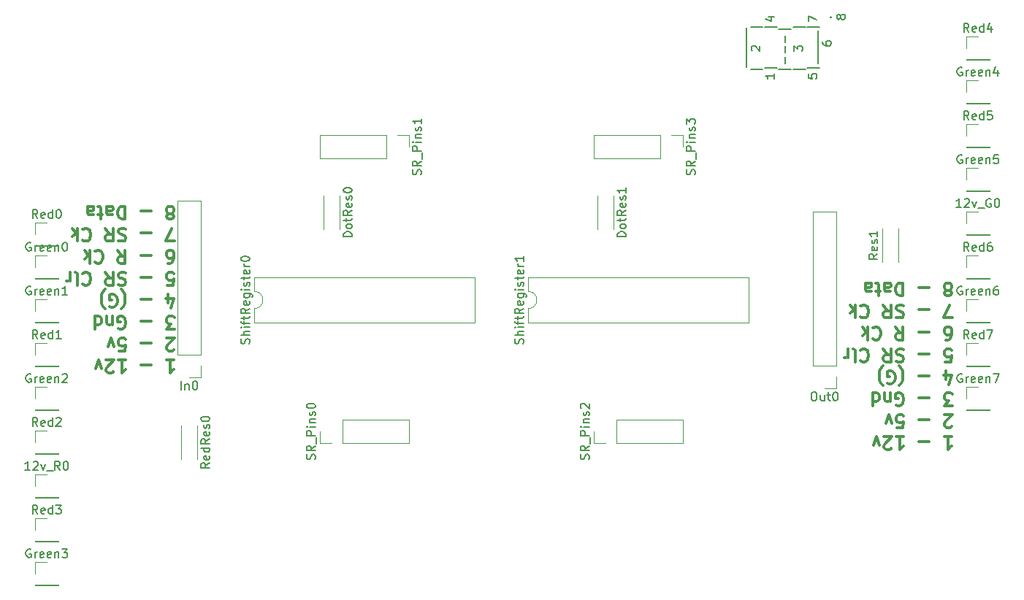
<source format=gbr>
%TF.GenerationSoftware,KiCad,Pcbnew,(5.1.10)-1*%
%TF.CreationDate,2021-11-06T15:24:40-06:00*%
%TF.ProjectId,12v_7-SegmentTriColor_LED_Breakout,3132765f-372d-4536-9567-6d656e745472,rev?*%
%TF.SameCoordinates,Original*%
%TF.FileFunction,Legend,Top*%
%TF.FilePolarity,Positive*%
%FSLAX46Y46*%
G04 Gerber Fmt 4.6, Leading zero omitted, Abs format (unit mm)*
G04 Created by KiCad (PCBNEW (5.1.10)-1) date 2021-11-06 15:24:40*
%MOMM*%
%LPD*%
G01*
G04 APERTURE LIST*
%ADD10C,0.300000*%
%ADD11C,0.150000*%
%ADD12C,0.120000*%
G04 APERTURE END LIST*
D10*
X93912142Y-93336428D02*
X94769285Y-93336428D01*
X94340714Y-93336428D02*
X94340714Y-94836428D01*
X94483571Y-94622142D01*
X94626428Y-94479285D01*
X94769285Y-94407857D01*
X92126428Y-93907857D02*
X90983571Y-93907857D01*
X88340714Y-93336428D02*
X89197857Y-93336428D01*
X88769285Y-93336428D02*
X88769285Y-94836428D01*
X88912142Y-94622142D01*
X89055000Y-94479285D01*
X89197857Y-94407857D01*
X87769285Y-94693571D02*
X87697857Y-94765000D01*
X87555000Y-94836428D01*
X87197857Y-94836428D01*
X87055000Y-94765000D01*
X86983571Y-94693571D01*
X86912142Y-94550714D01*
X86912142Y-94407857D01*
X86983571Y-94193571D01*
X87840714Y-93336428D01*
X86912142Y-93336428D01*
X86412142Y-94336428D02*
X86055000Y-93336428D01*
X85697857Y-94336428D01*
X94769285Y-92143571D02*
X94697857Y-92215000D01*
X94555000Y-92286428D01*
X94197857Y-92286428D01*
X94055000Y-92215000D01*
X93983571Y-92143571D01*
X93912142Y-92000714D01*
X93912142Y-91857857D01*
X93983571Y-91643571D01*
X94840714Y-90786428D01*
X93912142Y-90786428D01*
X92126428Y-91357857D02*
X90983571Y-91357857D01*
X88412142Y-92286428D02*
X89126428Y-92286428D01*
X89197857Y-91572142D01*
X89126428Y-91643571D01*
X88983571Y-91715000D01*
X88626428Y-91715000D01*
X88483571Y-91643571D01*
X88412142Y-91572142D01*
X88340714Y-91429285D01*
X88340714Y-91072142D01*
X88412142Y-90929285D01*
X88483571Y-90857857D01*
X88626428Y-90786428D01*
X88983571Y-90786428D01*
X89126428Y-90857857D01*
X89197857Y-90929285D01*
X87840714Y-91786428D02*
X87483571Y-90786428D01*
X87126428Y-91786428D01*
X94840714Y-89736428D02*
X93912142Y-89736428D01*
X94412142Y-89165000D01*
X94197857Y-89165000D01*
X94055000Y-89093571D01*
X93983571Y-89022142D01*
X93912142Y-88879285D01*
X93912142Y-88522142D01*
X93983571Y-88379285D01*
X94055000Y-88307857D01*
X94197857Y-88236428D01*
X94626428Y-88236428D01*
X94769285Y-88307857D01*
X94840714Y-88379285D01*
X92126428Y-88807857D02*
X90983571Y-88807857D01*
X88340714Y-89665000D02*
X88483571Y-89736428D01*
X88697857Y-89736428D01*
X88912142Y-89665000D01*
X89055000Y-89522142D01*
X89126428Y-89379285D01*
X89197857Y-89093571D01*
X89197857Y-88879285D01*
X89126428Y-88593571D01*
X89055000Y-88450714D01*
X88912142Y-88307857D01*
X88697857Y-88236428D01*
X88555000Y-88236428D01*
X88340714Y-88307857D01*
X88269285Y-88379285D01*
X88269285Y-88879285D01*
X88555000Y-88879285D01*
X87626428Y-89236428D02*
X87626428Y-88236428D01*
X87626428Y-89093571D02*
X87555000Y-89165000D01*
X87412142Y-89236428D01*
X87197857Y-89236428D01*
X87055000Y-89165000D01*
X86983571Y-89022142D01*
X86983571Y-88236428D01*
X85626428Y-88236428D02*
X85626428Y-89736428D01*
X85626428Y-88307857D02*
X85769285Y-88236428D01*
X86055000Y-88236428D01*
X86197857Y-88307857D01*
X86269285Y-88379285D01*
X86340714Y-88522142D01*
X86340714Y-88950714D01*
X86269285Y-89093571D01*
X86197857Y-89165000D01*
X86055000Y-89236428D01*
X85769285Y-89236428D01*
X85626428Y-89165000D01*
X94055000Y-86686428D02*
X94055000Y-85686428D01*
X94412142Y-87257857D02*
X94769285Y-86186428D01*
X93840714Y-86186428D01*
X92126428Y-86257857D02*
X90983571Y-86257857D01*
X88697857Y-85115000D02*
X88769285Y-85186428D01*
X88912142Y-85400714D01*
X88983571Y-85543571D01*
X89055000Y-85757857D01*
X89126428Y-86115000D01*
X89126428Y-86400714D01*
X89055000Y-86757857D01*
X88983571Y-86972142D01*
X88912142Y-87115000D01*
X88769285Y-87329285D01*
X88697857Y-87400714D01*
X87340714Y-87115000D02*
X87483571Y-87186428D01*
X87697857Y-87186428D01*
X87912142Y-87115000D01*
X88055000Y-86972142D01*
X88126428Y-86829285D01*
X88197857Y-86543571D01*
X88197857Y-86329285D01*
X88126428Y-86043571D01*
X88055000Y-85900714D01*
X87912142Y-85757857D01*
X87697857Y-85686428D01*
X87555000Y-85686428D01*
X87340714Y-85757857D01*
X87269285Y-85829285D01*
X87269285Y-86329285D01*
X87555000Y-86329285D01*
X86769285Y-85115000D02*
X86697857Y-85186428D01*
X86555000Y-85400714D01*
X86483571Y-85543571D01*
X86412142Y-85757857D01*
X86340714Y-86115000D01*
X86340714Y-86400714D01*
X86412142Y-86757857D01*
X86483571Y-86972142D01*
X86555000Y-87115000D01*
X86697857Y-87329285D01*
X86769285Y-87400714D01*
X93983571Y-84636428D02*
X94697857Y-84636428D01*
X94769285Y-83922142D01*
X94697857Y-83993571D01*
X94555000Y-84065000D01*
X94197857Y-84065000D01*
X94055000Y-83993571D01*
X93983571Y-83922142D01*
X93912142Y-83779285D01*
X93912142Y-83422142D01*
X93983571Y-83279285D01*
X94055000Y-83207857D01*
X94197857Y-83136428D01*
X94555000Y-83136428D01*
X94697857Y-83207857D01*
X94769285Y-83279285D01*
X92126428Y-83707857D02*
X90983571Y-83707857D01*
X89197857Y-83207857D02*
X88983571Y-83136428D01*
X88626428Y-83136428D01*
X88483571Y-83207857D01*
X88412142Y-83279285D01*
X88340714Y-83422142D01*
X88340714Y-83565000D01*
X88412142Y-83707857D01*
X88483571Y-83779285D01*
X88626428Y-83850714D01*
X88912142Y-83922142D01*
X89055000Y-83993571D01*
X89126428Y-84065000D01*
X89197857Y-84207857D01*
X89197857Y-84350714D01*
X89126428Y-84493571D01*
X89055000Y-84565000D01*
X88912142Y-84636428D01*
X88555000Y-84636428D01*
X88340714Y-84565000D01*
X86840714Y-83136428D02*
X87340714Y-83850714D01*
X87697857Y-83136428D02*
X87697857Y-84636428D01*
X87126428Y-84636428D01*
X86983571Y-84565000D01*
X86912142Y-84493571D01*
X86840714Y-84350714D01*
X86840714Y-84136428D01*
X86912142Y-83993571D01*
X86983571Y-83922142D01*
X87126428Y-83850714D01*
X87697857Y-83850714D01*
X84197857Y-83279285D02*
X84269285Y-83207857D01*
X84483571Y-83136428D01*
X84626428Y-83136428D01*
X84840714Y-83207857D01*
X84983571Y-83350714D01*
X85055000Y-83493571D01*
X85126428Y-83779285D01*
X85126428Y-83993571D01*
X85055000Y-84279285D01*
X84983571Y-84422142D01*
X84840714Y-84565000D01*
X84626428Y-84636428D01*
X84483571Y-84636428D01*
X84269285Y-84565000D01*
X84197857Y-84493571D01*
X83340714Y-83136428D02*
X83483571Y-83207857D01*
X83555000Y-83350714D01*
X83555000Y-84636428D01*
X82769285Y-83136428D02*
X82769285Y-84136428D01*
X82769285Y-83850714D02*
X82697857Y-83993571D01*
X82626428Y-84065000D01*
X82483571Y-84136428D01*
X82340714Y-84136428D01*
X94055000Y-82086428D02*
X94340714Y-82086428D01*
X94483571Y-82015000D01*
X94555000Y-81943571D01*
X94697857Y-81729285D01*
X94769285Y-81443571D01*
X94769285Y-80872142D01*
X94697857Y-80729285D01*
X94626428Y-80657857D01*
X94483571Y-80586428D01*
X94197857Y-80586428D01*
X94055000Y-80657857D01*
X93983571Y-80729285D01*
X93912142Y-80872142D01*
X93912142Y-81229285D01*
X93983571Y-81372142D01*
X94055000Y-81443571D01*
X94197857Y-81515000D01*
X94483571Y-81515000D01*
X94626428Y-81443571D01*
X94697857Y-81372142D01*
X94769285Y-81229285D01*
X92126428Y-81157857D02*
X90983571Y-81157857D01*
X88269285Y-80586428D02*
X88769285Y-81300714D01*
X89126428Y-80586428D02*
X89126428Y-82086428D01*
X88555000Y-82086428D01*
X88412142Y-82015000D01*
X88340714Y-81943571D01*
X88269285Y-81800714D01*
X88269285Y-81586428D01*
X88340714Y-81443571D01*
X88412142Y-81372142D01*
X88555000Y-81300714D01*
X89126428Y-81300714D01*
X85626428Y-80729285D02*
X85697857Y-80657857D01*
X85912142Y-80586428D01*
X86055000Y-80586428D01*
X86269285Y-80657857D01*
X86412142Y-80800714D01*
X86483571Y-80943571D01*
X86555000Y-81229285D01*
X86555000Y-81443571D01*
X86483571Y-81729285D01*
X86412142Y-81872142D01*
X86269285Y-82015000D01*
X86055000Y-82086428D01*
X85912142Y-82086428D01*
X85697857Y-82015000D01*
X85626428Y-81943571D01*
X84983571Y-80586428D02*
X84983571Y-82086428D01*
X84840714Y-81157857D02*
X84412142Y-80586428D01*
X84412142Y-81586428D02*
X84983571Y-81015000D01*
X94840714Y-79536428D02*
X93840714Y-79536428D01*
X94483571Y-78036428D01*
X92126428Y-78607857D02*
X90983571Y-78607857D01*
X89197857Y-78107857D02*
X88983571Y-78036428D01*
X88626428Y-78036428D01*
X88483571Y-78107857D01*
X88412142Y-78179285D01*
X88340714Y-78322142D01*
X88340714Y-78465000D01*
X88412142Y-78607857D01*
X88483571Y-78679285D01*
X88626428Y-78750714D01*
X88912142Y-78822142D01*
X89055000Y-78893571D01*
X89126428Y-78965000D01*
X89197857Y-79107857D01*
X89197857Y-79250714D01*
X89126428Y-79393571D01*
X89055000Y-79465000D01*
X88912142Y-79536428D01*
X88555000Y-79536428D01*
X88340714Y-79465000D01*
X86840714Y-78036428D02*
X87340714Y-78750714D01*
X87697857Y-78036428D02*
X87697857Y-79536428D01*
X87126428Y-79536428D01*
X86983571Y-79465000D01*
X86912142Y-79393571D01*
X86840714Y-79250714D01*
X86840714Y-79036428D01*
X86912142Y-78893571D01*
X86983571Y-78822142D01*
X87126428Y-78750714D01*
X87697857Y-78750714D01*
X84197857Y-78179285D02*
X84269285Y-78107857D01*
X84483571Y-78036428D01*
X84626428Y-78036428D01*
X84840714Y-78107857D01*
X84983571Y-78250714D01*
X85055000Y-78393571D01*
X85126428Y-78679285D01*
X85126428Y-78893571D01*
X85055000Y-79179285D01*
X84983571Y-79322142D01*
X84840714Y-79465000D01*
X84626428Y-79536428D01*
X84483571Y-79536428D01*
X84269285Y-79465000D01*
X84197857Y-79393571D01*
X83555000Y-78036428D02*
X83555000Y-79536428D01*
X83412142Y-78607857D02*
X82983571Y-78036428D01*
X82983571Y-79036428D02*
X83555000Y-78465000D01*
X94483571Y-76343571D02*
X94626428Y-76415000D01*
X94697857Y-76486428D01*
X94769285Y-76629285D01*
X94769285Y-76700714D01*
X94697857Y-76843571D01*
X94626428Y-76915000D01*
X94483571Y-76986428D01*
X94197857Y-76986428D01*
X94055000Y-76915000D01*
X93983571Y-76843571D01*
X93912142Y-76700714D01*
X93912142Y-76629285D01*
X93983571Y-76486428D01*
X94055000Y-76415000D01*
X94197857Y-76343571D01*
X94483571Y-76343571D01*
X94626428Y-76272142D01*
X94697857Y-76200714D01*
X94769285Y-76057857D01*
X94769285Y-75772142D01*
X94697857Y-75629285D01*
X94626428Y-75557857D01*
X94483571Y-75486428D01*
X94197857Y-75486428D01*
X94055000Y-75557857D01*
X93983571Y-75629285D01*
X93912142Y-75772142D01*
X93912142Y-76057857D01*
X93983571Y-76200714D01*
X94055000Y-76272142D01*
X94197857Y-76343571D01*
X92126428Y-76057857D02*
X90983571Y-76057857D01*
X89126428Y-75486428D02*
X89126428Y-76986428D01*
X88769285Y-76986428D01*
X88555000Y-76915000D01*
X88412142Y-76772142D01*
X88340714Y-76629285D01*
X88269285Y-76343571D01*
X88269285Y-76129285D01*
X88340714Y-75843571D01*
X88412142Y-75700714D01*
X88555000Y-75557857D01*
X88769285Y-75486428D01*
X89126428Y-75486428D01*
X86983571Y-75486428D02*
X86983571Y-76272142D01*
X87055000Y-76415000D01*
X87197857Y-76486428D01*
X87483571Y-76486428D01*
X87626428Y-76415000D01*
X86983571Y-75557857D02*
X87126428Y-75486428D01*
X87483571Y-75486428D01*
X87626428Y-75557857D01*
X87697857Y-75700714D01*
X87697857Y-75843571D01*
X87626428Y-75986428D01*
X87483571Y-76057857D01*
X87126428Y-76057857D01*
X86983571Y-76129285D01*
X86483571Y-76486428D02*
X85912142Y-76486428D01*
X86269285Y-76986428D02*
X86269285Y-75700714D01*
X86197857Y-75557857D01*
X86055000Y-75486428D01*
X85912142Y-75486428D01*
X84769285Y-75486428D02*
X84769285Y-76272142D01*
X84840714Y-76415000D01*
X84983571Y-76486428D01*
X85269285Y-76486428D01*
X85412142Y-76415000D01*
X84769285Y-75557857D02*
X84912142Y-75486428D01*
X85269285Y-75486428D01*
X85412142Y-75557857D01*
X85483571Y-75700714D01*
X85483571Y-75843571D01*
X85412142Y-75986428D01*
X85269285Y-76057857D01*
X84912142Y-76057857D01*
X84769285Y-76129285D01*
X184082142Y-102226428D02*
X184939285Y-102226428D01*
X184510714Y-102226428D02*
X184510714Y-103726428D01*
X184653571Y-103512142D01*
X184796428Y-103369285D01*
X184939285Y-103297857D01*
X182296428Y-102797857D02*
X181153571Y-102797857D01*
X178510714Y-102226428D02*
X179367857Y-102226428D01*
X178939285Y-102226428D02*
X178939285Y-103726428D01*
X179082142Y-103512142D01*
X179225000Y-103369285D01*
X179367857Y-103297857D01*
X177939285Y-103583571D02*
X177867857Y-103655000D01*
X177725000Y-103726428D01*
X177367857Y-103726428D01*
X177225000Y-103655000D01*
X177153571Y-103583571D01*
X177082142Y-103440714D01*
X177082142Y-103297857D01*
X177153571Y-103083571D01*
X178010714Y-102226428D01*
X177082142Y-102226428D01*
X176582142Y-103226428D02*
X176225000Y-102226428D01*
X175867857Y-103226428D01*
X184939285Y-101033571D02*
X184867857Y-101105000D01*
X184725000Y-101176428D01*
X184367857Y-101176428D01*
X184225000Y-101105000D01*
X184153571Y-101033571D01*
X184082142Y-100890714D01*
X184082142Y-100747857D01*
X184153571Y-100533571D01*
X185010714Y-99676428D01*
X184082142Y-99676428D01*
X182296428Y-100247857D02*
X181153571Y-100247857D01*
X178582142Y-101176428D02*
X179296428Y-101176428D01*
X179367857Y-100462142D01*
X179296428Y-100533571D01*
X179153571Y-100605000D01*
X178796428Y-100605000D01*
X178653571Y-100533571D01*
X178582142Y-100462142D01*
X178510714Y-100319285D01*
X178510714Y-99962142D01*
X178582142Y-99819285D01*
X178653571Y-99747857D01*
X178796428Y-99676428D01*
X179153571Y-99676428D01*
X179296428Y-99747857D01*
X179367857Y-99819285D01*
X178010714Y-100676428D02*
X177653571Y-99676428D01*
X177296428Y-100676428D01*
X185010714Y-98626428D02*
X184082142Y-98626428D01*
X184582142Y-98055000D01*
X184367857Y-98055000D01*
X184225000Y-97983571D01*
X184153571Y-97912142D01*
X184082142Y-97769285D01*
X184082142Y-97412142D01*
X184153571Y-97269285D01*
X184225000Y-97197857D01*
X184367857Y-97126428D01*
X184796428Y-97126428D01*
X184939285Y-97197857D01*
X185010714Y-97269285D01*
X182296428Y-97697857D02*
X181153571Y-97697857D01*
X178510714Y-98555000D02*
X178653571Y-98626428D01*
X178867857Y-98626428D01*
X179082142Y-98555000D01*
X179225000Y-98412142D01*
X179296428Y-98269285D01*
X179367857Y-97983571D01*
X179367857Y-97769285D01*
X179296428Y-97483571D01*
X179225000Y-97340714D01*
X179082142Y-97197857D01*
X178867857Y-97126428D01*
X178725000Y-97126428D01*
X178510714Y-97197857D01*
X178439285Y-97269285D01*
X178439285Y-97769285D01*
X178725000Y-97769285D01*
X177796428Y-98126428D02*
X177796428Y-97126428D01*
X177796428Y-97983571D02*
X177725000Y-98055000D01*
X177582142Y-98126428D01*
X177367857Y-98126428D01*
X177225000Y-98055000D01*
X177153571Y-97912142D01*
X177153571Y-97126428D01*
X175796428Y-97126428D02*
X175796428Y-98626428D01*
X175796428Y-97197857D02*
X175939285Y-97126428D01*
X176225000Y-97126428D01*
X176367857Y-97197857D01*
X176439285Y-97269285D01*
X176510714Y-97412142D01*
X176510714Y-97840714D01*
X176439285Y-97983571D01*
X176367857Y-98055000D01*
X176225000Y-98126428D01*
X175939285Y-98126428D01*
X175796428Y-98055000D01*
X184225000Y-95576428D02*
X184225000Y-94576428D01*
X184582142Y-96147857D02*
X184939285Y-95076428D01*
X184010714Y-95076428D01*
X182296428Y-95147857D02*
X181153571Y-95147857D01*
X178867857Y-94005000D02*
X178939285Y-94076428D01*
X179082142Y-94290714D01*
X179153571Y-94433571D01*
X179225000Y-94647857D01*
X179296428Y-95005000D01*
X179296428Y-95290714D01*
X179225000Y-95647857D01*
X179153571Y-95862142D01*
X179082142Y-96005000D01*
X178939285Y-96219285D01*
X178867857Y-96290714D01*
X177510714Y-96005000D02*
X177653571Y-96076428D01*
X177867857Y-96076428D01*
X178082142Y-96005000D01*
X178225000Y-95862142D01*
X178296428Y-95719285D01*
X178367857Y-95433571D01*
X178367857Y-95219285D01*
X178296428Y-94933571D01*
X178225000Y-94790714D01*
X178082142Y-94647857D01*
X177867857Y-94576428D01*
X177725000Y-94576428D01*
X177510714Y-94647857D01*
X177439285Y-94719285D01*
X177439285Y-95219285D01*
X177725000Y-95219285D01*
X176939285Y-94005000D02*
X176867857Y-94076428D01*
X176725000Y-94290714D01*
X176653571Y-94433571D01*
X176582142Y-94647857D01*
X176510714Y-95005000D01*
X176510714Y-95290714D01*
X176582142Y-95647857D01*
X176653571Y-95862142D01*
X176725000Y-96005000D01*
X176867857Y-96219285D01*
X176939285Y-96290714D01*
X184153571Y-93526428D02*
X184867857Y-93526428D01*
X184939285Y-92812142D01*
X184867857Y-92883571D01*
X184725000Y-92955000D01*
X184367857Y-92955000D01*
X184225000Y-92883571D01*
X184153571Y-92812142D01*
X184082142Y-92669285D01*
X184082142Y-92312142D01*
X184153571Y-92169285D01*
X184225000Y-92097857D01*
X184367857Y-92026428D01*
X184725000Y-92026428D01*
X184867857Y-92097857D01*
X184939285Y-92169285D01*
X182296428Y-92597857D02*
X181153571Y-92597857D01*
X179367857Y-92097857D02*
X179153571Y-92026428D01*
X178796428Y-92026428D01*
X178653571Y-92097857D01*
X178582142Y-92169285D01*
X178510714Y-92312142D01*
X178510714Y-92455000D01*
X178582142Y-92597857D01*
X178653571Y-92669285D01*
X178796428Y-92740714D01*
X179082142Y-92812142D01*
X179225000Y-92883571D01*
X179296428Y-92955000D01*
X179367857Y-93097857D01*
X179367857Y-93240714D01*
X179296428Y-93383571D01*
X179225000Y-93455000D01*
X179082142Y-93526428D01*
X178725000Y-93526428D01*
X178510714Y-93455000D01*
X177010714Y-92026428D02*
X177510714Y-92740714D01*
X177867857Y-92026428D02*
X177867857Y-93526428D01*
X177296428Y-93526428D01*
X177153571Y-93455000D01*
X177082142Y-93383571D01*
X177010714Y-93240714D01*
X177010714Y-93026428D01*
X177082142Y-92883571D01*
X177153571Y-92812142D01*
X177296428Y-92740714D01*
X177867857Y-92740714D01*
X174367857Y-92169285D02*
X174439285Y-92097857D01*
X174653571Y-92026428D01*
X174796428Y-92026428D01*
X175010714Y-92097857D01*
X175153571Y-92240714D01*
X175225000Y-92383571D01*
X175296428Y-92669285D01*
X175296428Y-92883571D01*
X175225000Y-93169285D01*
X175153571Y-93312142D01*
X175010714Y-93455000D01*
X174796428Y-93526428D01*
X174653571Y-93526428D01*
X174439285Y-93455000D01*
X174367857Y-93383571D01*
X173510714Y-92026428D02*
X173653571Y-92097857D01*
X173725000Y-92240714D01*
X173725000Y-93526428D01*
X172939285Y-92026428D02*
X172939285Y-93026428D01*
X172939285Y-92740714D02*
X172867857Y-92883571D01*
X172796428Y-92955000D01*
X172653571Y-93026428D01*
X172510714Y-93026428D01*
X184225000Y-90976428D02*
X184510714Y-90976428D01*
X184653571Y-90905000D01*
X184725000Y-90833571D01*
X184867857Y-90619285D01*
X184939285Y-90333571D01*
X184939285Y-89762142D01*
X184867857Y-89619285D01*
X184796428Y-89547857D01*
X184653571Y-89476428D01*
X184367857Y-89476428D01*
X184225000Y-89547857D01*
X184153571Y-89619285D01*
X184082142Y-89762142D01*
X184082142Y-90119285D01*
X184153571Y-90262142D01*
X184225000Y-90333571D01*
X184367857Y-90405000D01*
X184653571Y-90405000D01*
X184796428Y-90333571D01*
X184867857Y-90262142D01*
X184939285Y-90119285D01*
X182296428Y-90047857D02*
X181153571Y-90047857D01*
X178439285Y-89476428D02*
X178939285Y-90190714D01*
X179296428Y-89476428D02*
X179296428Y-90976428D01*
X178725000Y-90976428D01*
X178582142Y-90905000D01*
X178510714Y-90833571D01*
X178439285Y-90690714D01*
X178439285Y-90476428D01*
X178510714Y-90333571D01*
X178582142Y-90262142D01*
X178725000Y-90190714D01*
X179296428Y-90190714D01*
X175796428Y-89619285D02*
X175867857Y-89547857D01*
X176082142Y-89476428D01*
X176225000Y-89476428D01*
X176439285Y-89547857D01*
X176582142Y-89690714D01*
X176653571Y-89833571D01*
X176725000Y-90119285D01*
X176725000Y-90333571D01*
X176653571Y-90619285D01*
X176582142Y-90762142D01*
X176439285Y-90905000D01*
X176225000Y-90976428D01*
X176082142Y-90976428D01*
X175867857Y-90905000D01*
X175796428Y-90833571D01*
X175153571Y-89476428D02*
X175153571Y-90976428D01*
X175010714Y-90047857D02*
X174582142Y-89476428D01*
X174582142Y-90476428D02*
X175153571Y-89905000D01*
X185010714Y-88426428D02*
X184010714Y-88426428D01*
X184653571Y-86926428D01*
X182296428Y-87497857D02*
X181153571Y-87497857D01*
X179367857Y-86997857D02*
X179153571Y-86926428D01*
X178796428Y-86926428D01*
X178653571Y-86997857D01*
X178582142Y-87069285D01*
X178510714Y-87212142D01*
X178510714Y-87355000D01*
X178582142Y-87497857D01*
X178653571Y-87569285D01*
X178796428Y-87640714D01*
X179082142Y-87712142D01*
X179225000Y-87783571D01*
X179296428Y-87855000D01*
X179367857Y-87997857D01*
X179367857Y-88140714D01*
X179296428Y-88283571D01*
X179225000Y-88355000D01*
X179082142Y-88426428D01*
X178725000Y-88426428D01*
X178510714Y-88355000D01*
X177010714Y-86926428D02*
X177510714Y-87640714D01*
X177867857Y-86926428D02*
X177867857Y-88426428D01*
X177296428Y-88426428D01*
X177153571Y-88355000D01*
X177082142Y-88283571D01*
X177010714Y-88140714D01*
X177010714Y-87926428D01*
X177082142Y-87783571D01*
X177153571Y-87712142D01*
X177296428Y-87640714D01*
X177867857Y-87640714D01*
X174367857Y-87069285D02*
X174439285Y-86997857D01*
X174653571Y-86926428D01*
X174796428Y-86926428D01*
X175010714Y-86997857D01*
X175153571Y-87140714D01*
X175225000Y-87283571D01*
X175296428Y-87569285D01*
X175296428Y-87783571D01*
X175225000Y-88069285D01*
X175153571Y-88212142D01*
X175010714Y-88355000D01*
X174796428Y-88426428D01*
X174653571Y-88426428D01*
X174439285Y-88355000D01*
X174367857Y-88283571D01*
X173725000Y-86926428D02*
X173725000Y-88426428D01*
X173582142Y-87497857D02*
X173153571Y-86926428D01*
X173153571Y-87926428D02*
X173725000Y-87355000D01*
X184653571Y-85233571D02*
X184796428Y-85305000D01*
X184867857Y-85376428D01*
X184939285Y-85519285D01*
X184939285Y-85590714D01*
X184867857Y-85733571D01*
X184796428Y-85805000D01*
X184653571Y-85876428D01*
X184367857Y-85876428D01*
X184225000Y-85805000D01*
X184153571Y-85733571D01*
X184082142Y-85590714D01*
X184082142Y-85519285D01*
X184153571Y-85376428D01*
X184225000Y-85305000D01*
X184367857Y-85233571D01*
X184653571Y-85233571D01*
X184796428Y-85162142D01*
X184867857Y-85090714D01*
X184939285Y-84947857D01*
X184939285Y-84662142D01*
X184867857Y-84519285D01*
X184796428Y-84447857D01*
X184653571Y-84376428D01*
X184367857Y-84376428D01*
X184225000Y-84447857D01*
X184153571Y-84519285D01*
X184082142Y-84662142D01*
X184082142Y-84947857D01*
X184153571Y-85090714D01*
X184225000Y-85162142D01*
X184367857Y-85233571D01*
X182296428Y-84947857D02*
X181153571Y-84947857D01*
X179296428Y-84376428D02*
X179296428Y-85876428D01*
X178939285Y-85876428D01*
X178725000Y-85805000D01*
X178582142Y-85662142D01*
X178510714Y-85519285D01*
X178439285Y-85233571D01*
X178439285Y-85019285D01*
X178510714Y-84733571D01*
X178582142Y-84590714D01*
X178725000Y-84447857D01*
X178939285Y-84376428D01*
X179296428Y-84376428D01*
X177153571Y-84376428D02*
X177153571Y-85162142D01*
X177225000Y-85305000D01*
X177367857Y-85376428D01*
X177653571Y-85376428D01*
X177796428Y-85305000D01*
X177153571Y-84447857D02*
X177296428Y-84376428D01*
X177653571Y-84376428D01*
X177796428Y-84447857D01*
X177867857Y-84590714D01*
X177867857Y-84733571D01*
X177796428Y-84876428D01*
X177653571Y-84947857D01*
X177296428Y-84947857D01*
X177153571Y-85019285D01*
X176653571Y-85376428D02*
X176082142Y-85376428D01*
X176439285Y-85876428D02*
X176439285Y-84590714D01*
X176367857Y-84447857D01*
X176225000Y-84376428D01*
X176082142Y-84376428D01*
X174939285Y-84376428D02*
X174939285Y-85162142D01*
X175010714Y-85305000D01*
X175153571Y-85376428D01*
X175439285Y-85376428D01*
X175582142Y-85305000D01*
X174939285Y-84447857D02*
X175082142Y-84376428D01*
X175439285Y-84376428D01*
X175582142Y-84447857D01*
X175653571Y-84590714D01*
X175653571Y-84733571D01*
X175582142Y-84876428D01*
X175439285Y-84947857D01*
X175082142Y-84947857D01*
X174939285Y-85019285D01*
D11*
X161142619Y-59338690D02*
X161142619Y-58576785D01*
X161142619Y-58576785D02*
X161142619Y-57814880D01*
X161142619Y-57814880D02*
X161142619Y-57052976D01*
X161142619Y-57052976D02*
X161142619Y-56291071D01*
X161142619Y-56291071D02*
X161142619Y-55529166D01*
X161142619Y-55529166D02*
X161142619Y-54767261D01*
X163030714Y-59624404D02*
X161602142Y-59624404D01*
X161792619Y-57433928D02*
X161745000Y-57386309D01*
X161697380Y-57291071D01*
X161697380Y-57052976D01*
X161745000Y-56957738D01*
X161792619Y-56910119D01*
X161887857Y-56862500D01*
X161983095Y-56862500D01*
X162125952Y-56910119D01*
X162697380Y-57481547D01*
X162697380Y-56862500D01*
X163030714Y-54672023D02*
X161602142Y-54672023D01*
X164347380Y-60100595D02*
X164347380Y-60672023D01*
X164347380Y-60386309D02*
X163347380Y-60386309D01*
X163490238Y-60481547D01*
X163585476Y-60576785D01*
X163633095Y-60672023D01*
X164680714Y-59433928D02*
X163252142Y-59433928D01*
X164680714Y-54672023D02*
X163252142Y-54672023D01*
X163680714Y-53529166D02*
X164347380Y-53529166D01*
X163299761Y-53767261D02*
X164014047Y-54005357D01*
X164014047Y-53386309D01*
X166330714Y-59624404D02*
X164902142Y-59624404D01*
X165616428Y-58910119D02*
X165616428Y-58148214D01*
X165616428Y-57672023D02*
X165616428Y-56910119D01*
X165616428Y-56433928D02*
X165616428Y-55672023D01*
X166330714Y-54957738D02*
X164902142Y-54957738D01*
X167980714Y-59624404D02*
X166552142Y-59624404D01*
X166647380Y-57481547D02*
X166647380Y-56862500D01*
X167028333Y-57195833D01*
X167028333Y-57052976D01*
X167075952Y-56957738D01*
X167123571Y-56910119D01*
X167218809Y-56862500D01*
X167456904Y-56862500D01*
X167552142Y-56910119D01*
X167599761Y-56957738D01*
X167647380Y-57052976D01*
X167647380Y-57338690D01*
X167599761Y-57433928D01*
X167552142Y-57481547D01*
X167980714Y-54672023D02*
X166552142Y-54672023D01*
X168297380Y-60148214D02*
X168297380Y-60624404D01*
X168773571Y-60672023D01*
X168725952Y-60624404D01*
X168678333Y-60529166D01*
X168678333Y-60291071D01*
X168725952Y-60195833D01*
X168773571Y-60148214D01*
X168868809Y-60100595D01*
X169106904Y-60100595D01*
X169202142Y-60148214D01*
X169249761Y-60195833D01*
X169297380Y-60291071D01*
X169297380Y-60529166D01*
X169249761Y-60624404D01*
X169202142Y-60672023D01*
X169630714Y-59433928D02*
X168202142Y-59433928D01*
X169392619Y-58957738D02*
X169392619Y-58195833D01*
X169392619Y-58195833D02*
X169392619Y-57433928D01*
X169392619Y-57433928D02*
X169392619Y-56672023D01*
X169392619Y-56672023D02*
X169392619Y-55910119D01*
X169392619Y-55910119D02*
X169392619Y-55148214D01*
X169630714Y-54672023D02*
X168202142Y-54672023D01*
X168297380Y-54052976D02*
X168297380Y-53386309D01*
X169297380Y-53814880D01*
X169947380Y-56386309D02*
X169947380Y-56576785D01*
X169995000Y-56672023D01*
X170042619Y-56719642D01*
X170185476Y-56814880D01*
X170375952Y-56862500D01*
X170756904Y-56862500D01*
X170852142Y-56814880D01*
X170899761Y-56767261D01*
X170947380Y-56672023D01*
X170947380Y-56481547D01*
X170899761Y-56386309D01*
X170852142Y-56338690D01*
X170756904Y-56291071D01*
X170518809Y-56291071D01*
X170423571Y-56338690D01*
X170375952Y-56386309D01*
X170328333Y-56481547D01*
X170328333Y-56672023D01*
X170375952Y-56767261D01*
X170423571Y-56814880D01*
X170518809Y-56862500D01*
X170852142Y-53576785D02*
X170899761Y-53529166D01*
X170947380Y-53576785D01*
X170899761Y-53624404D01*
X170852142Y-53576785D01*
X170947380Y-53576785D01*
X172025952Y-53624404D02*
X171978333Y-53719642D01*
X171930714Y-53767261D01*
X171835476Y-53814880D01*
X171787857Y-53814880D01*
X171692619Y-53767261D01*
X171645000Y-53719642D01*
X171597380Y-53624404D01*
X171597380Y-53433928D01*
X171645000Y-53338690D01*
X171692619Y-53291071D01*
X171787857Y-53243452D01*
X171835476Y-53243452D01*
X171930714Y-53291071D01*
X171978333Y-53338690D01*
X172025952Y-53433928D01*
X172025952Y-53624404D01*
X172073571Y-53719642D01*
X172121190Y-53767261D01*
X172216428Y-53814880D01*
X172406904Y-53814880D01*
X172502142Y-53767261D01*
X172549761Y-53719642D01*
X172597380Y-53624404D01*
X172597380Y-53433928D01*
X172549761Y-53338690D01*
X172502142Y-53291071D01*
X172406904Y-53243452D01*
X172216428Y-53243452D01*
X172121190Y-53291071D01*
X172073571Y-53338690D01*
X172025952Y-53433928D01*
D12*
%TO.C,In0*%
X97850000Y-95310000D02*
X96520000Y-95310000D01*
X97850000Y-93980000D02*
X97850000Y-95310000D01*
X97850000Y-92710000D02*
X95190000Y-92710000D01*
X95190000Y-92710000D02*
X95190000Y-74870000D01*
X97850000Y-92710000D02*
X97850000Y-74870000D01*
X97850000Y-74870000D02*
X95190000Y-74870000D01*
%TO.C,RedRes0*%
X95600000Y-100950000D02*
X95600000Y-104790000D01*
X97440000Y-100950000D02*
X97440000Y-104790000D01*
%TO.C,Red0*%
X78680000Y-77410000D02*
X80010000Y-77410000D01*
X78680000Y-78740000D02*
X78680000Y-77410000D01*
X78680000Y-80010000D02*
X81340000Y-80010000D01*
X81340000Y-80010000D02*
X81340000Y-80070000D01*
X78680000Y-80010000D02*
X78680000Y-80070000D01*
X78680000Y-80070000D02*
X81340000Y-80070000D01*
%TO.C,Res1*%
X178720000Y-81930000D02*
X178720000Y-78090000D01*
X176880000Y-81930000D02*
X176880000Y-78090000D01*
%TO.C,ShiftRegister0*%
X104080000Y-83710000D02*
X104080000Y-85360000D01*
X129600000Y-83710000D02*
X104080000Y-83710000D01*
X129600000Y-89010000D02*
X129600000Y-83710000D01*
X104080000Y-89010000D02*
X129600000Y-89010000D01*
X104080000Y-87360000D02*
X104080000Y-89010000D01*
X104080000Y-85360000D02*
G75*
G02*
X104080000Y-87360000I0J-1000000D01*
G01*
%TO.C,SR_Pins3*%
X153730000Y-67250000D02*
X153730000Y-68580000D01*
X152400000Y-67250000D02*
X153730000Y-67250000D01*
X151130000Y-67250000D02*
X151130000Y-69910000D01*
X151130000Y-69910000D02*
X143450000Y-69910000D01*
X151130000Y-67250000D02*
X143450000Y-67250000D01*
X143450000Y-67250000D02*
X143450000Y-69910000D01*
%TO.C,SR_Pins2*%
X143450000Y-102930000D02*
X143450000Y-101600000D01*
X144780000Y-102930000D02*
X143450000Y-102930000D01*
X146050000Y-102930000D02*
X146050000Y-100270000D01*
X146050000Y-100270000D02*
X153730000Y-100270000D01*
X146050000Y-102930000D02*
X153730000Y-102930000D01*
X153730000Y-102930000D02*
X153730000Y-100270000D01*
%TO.C,SR_Pins1*%
X121980000Y-67250000D02*
X121980000Y-68580000D01*
X120650000Y-67250000D02*
X121980000Y-67250000D01*
X119380000Y-67250000D02*
X119380000Y-69910000D01*
X119380000Y-69910000D02*
X111700000Y-69910000D01*
X119380000Y-67250000D02*
X111700000Y-67250000D01*
X111700000Y-67250000D02*
X111700000Y-69910000D01*
%TO.C,SR_Pins0*%
X111700000Y-102930000D02*
X111700000Y-101600000D01*
X113030000Y-102930000D02*
X111700000Y-102930000D01*
X114300000Y-102930000D02*
X114300000Y-100270000D01*
X114300000Y-100270000D02*
X121980000Y-100270000D01*
X114300000Y-102930000D02*
X121980000Y-102930000D01*
X121980000Y-102930000D02*
X121980000Y-100270000D01*
%TO.C,ShiftRegister1*%
X135830000Y-83710000D02*
X135830000Y-85360000D01*
X161350000Y-83710000D02*
X135830000Y-83710000D01*
X161350000Y-89010000D02*
X161350000Y-83710000D01*
X135830000Y-89010000D02*
X161350000Y-89010000D01*
X135830000Y-87360000D02*
X135830000Y-89010000D01*
X135830000Y-85360000D02*
G75*
G02*
X135830000Y-87360000I0J-1000000D01*
G01*
%TO.C,Out0*%
X171510000Y-96580000D02*
X170180000Y-96580000D01*
X171510000Y-95250000D02*
X171510000Y-96580000D01*
X171510000Y-93980000D02*
X168850000Y-93980000D01*
X168850000Y-93980000D02*
X168850000Y-76140000D01*
X171510000Y-93980000D02*
X171510000Y-76140000D01*
X171510000Y-76140000D02*
X168850000Y-76140000D01*
%TO.C,Red7*%
X186630000Y-91380000D02*
X187960000Y-91380000D01*
X186630000Y-92710000D02*
X186630000Y-91380000D01*
X186630000Y-93980000D02*
X189290000Y-93980000D01*
X189290000Y-93980000D02*
X189290000Y-94040000D01*
X186630000Y-93980000D02*
X186630000Y-94040000D01*
X186630000Y-94040000D02*
X189290000Y-94040000D01*
%TO.C,Red6*%
X186630000Y-81220000D02*
X187960000Y-81220000D01*
X186630000Y-82550000D02*
X186630000Y-81220000D01*
X186630000Y-83820000D02*
X189290000Y-83820000D01*
X189290000Y-83820000D02*
X189290000Y-83880000D01*
X186630000Y-83820000D02*
X186630000Y-83880000D01*
X186630000Y-83880000D02*
X189290000Y-83880000D01*
%TO.C,Red5*%
X186630000Y-65980000D02*
X187960000Y-65980000D01*
X186630000Y-67310000D02*
X186630000Y-65980000D01*
X186630000Y-68580000D02*
X189290000Y-68580000D01*
X189290000Y-68580000D02*
X189290000Y-68640000D01*
X186630000Y-68580000D02*
X186630000Y-68640000D01*
X186630000Y-68640000D02*
X189290000Y-68640000D01*
%TO.C,Red4*%
X186630000Y-55820000D02*
X187960000Y-55820000D01*
X186630000Y-57150000D02*
X186630000Y-55820000D01*
X186630000Y-58420000D02*
X189290000Y-58420000D01*
X189290000Y-58420000D02*
X189290000Y-58480000D01*
X186630000Y-58420000D02*
X186630000Y-58480000D01*
X186630000Y-58480000D02*
X189290000Y-58480000D01*
%TO.C,Red3*%
X78680000Y-111700000D02*
X80010000Y-111700000D01*
X78680000Y-113030000D02*
X78680000Y-111700000D01*
X78680000Y-114300000D02*
X81340000Y-114300000D01*
X81340000Y-114300000D02*
X81340000Y-114360000D01*
X78680000Y-114300000D02*
X78680000Y-114360000D01*
X78680000Y-114360000D02*
X81340000Y-114360000D01*
%TO.C,Red2*%
X78680000Y-101540000D02*
X80010000Y-101540000D01*
X78680000Y-102870000D02*
X78680000Y-101540000D01*
X78680000Y-104140000D02*
X81340000Y-104140000D01*
X81340000Y-104140000D02*
X81340000Y-104200000D01*
X78680000Y-104140000D02*
X78680000Y-104200000D01*
X78680000Y-104200000D02*
X81340000Y-104200000D01*
%TO.C,Red1*%
X78680000Y-91380000D02*
X80010000Y-91380000D01*
X78680000Y-92710000D02*
X78680000Y-91380000D01*
X78680000Y-93980000D02*
X81340000Y-93980000D01*
X81340000Y-93980000D02*
X81340000Y-94040000D01*
X78680000Y-93980000D02*
X78680000Y-94040000D01*
X78680000Y-94040000D02*
X81340000Y-94040000D01*
%TO.C,Green7*%
X186630000Y-96460000D02*
X187960000Y-96460000D01*
X186630000Y-97790000D02*
X186630000Y-96460000D01*
X186630000Y-99060000D02*
X189290000Y-99060000D01*
X189290000Y-99060000D02*
X189290000Y-99120000D01*
X186630000Y-99060000D02*
X186630000Y-99120000D01*
X186630000Y-99120000D02*
X189290000Y-99120000D01*
%TO.C,Green6*%
X186630000Y-86300000D02*
X187960000Y-86300000D01*
X186630000Y-87630000D02*
X186630000Y-86300000D01*
X186630000Y-88900000D02*
X189290000Y-88900000D01*
X189290000Y-88900000D02*
X189290000Y-88960000D01*
X186630000Y-88900000D02*
X186630000Y-88960000D01*
X186630000Y-88960000D02*
X189290000Y-88960000D01*
%TO.C,Green5*%
X186630000Y-71060000D02*
X187960000Y-71060000D01*
X186630000Y-72390000D02*
X186630000Y-71060000D01*
X186630000Y-73660000D02*
X189290000Y-73660000D01*
X189290000Y-73660000D02*
X189290000Y-73720000D01*
X186630000Y-73660000D02*
X186630000Y-73720000D01*
X186630000Y-73720000D02*
X189290000Y-73720000D01*
%TO.C,Green4*%
X186630000Y-60900000D02*
X187960000Y-60900000D01*
X186630000Y-62230000D02*
X186630000Y-60900000D01*
X186630000Y-63500000D02*
X189290000Y-63500000D01*
X189290000Y-63500000D02*
X189290000Y-63560000D01*
X186630000Y-63500000D02*
X186630000Y-63560000D01*
X186630000Y-63560000D02*
X189290000Y-63560000D01*
%TO.C,Green3*%
X78680000Y-116780000D02*
X80010000Y-116780000D01*
X78680000Y-118110000D02*
X78680000Y-116780000D01*
X78680000Y-119380000D02*
X81340000Y-119380000D01*
X81340000Y-119380000D02*
X81340000Y-119440000D01*
X78680000Y-119380000D02*
X78680000Y-119440000D01*
X78680000Y-119440000D02*
X81340000Y-119440000D01*
%TO.C,Green2*%
X78680000Y-96460000D02*
X80010000Y-96460000D01*
X78680000Y-97790000D02*
X78680000Y-96460000D01*
X78680000Y-99060000D02*
X81340000Y-99060000D01*
X81340000Y-99060000D02*
X81340000Y-99120000D01*
X78680000Y-99060000D02*
X78680000Y-99120000D01*
X78680000Y-99120000D02*
X81340000Y-99120000D01*
%TO.C,Green1*%
X78680000Y-86300000D02*
X80010000Y-86300000D01*
X78680000Y-87630000D02*
X78680000Y-86300000D01*
X78680000Y-88900000D02*
X81340000Y-88900000D01*
X81340000Y-88900000D02*
X81340000Y-88960000D01*
X78680000Y-88900000D02*
X78680000Y-88960000D01*
X78680000Y-88960000D02*
X81340000Y-88960000D01*
%TO.C,Green0*%
X78680000Y-81220000D02*
X80010000Y-81220000D01*
X78680000Y-82550000D02*
X78680000Y-81220000D01*
X78680000Y-83820000D02*
X81340000Y-83820000D01*
X81340000Y-83820000D02*
X81340000Y-83880000D01*
X78680000Y-83820000D02*
X78680000Y-83880000D01*
X78680000Y-83880000D02*
X81340000Y-83880000D01*
%TO.C,12v_R0*%
X78680000Y-106620000D02*
X80010000Y-106620000D01*
X78680000Y-107950000D02*
X78680000Y-106620000D01*
X78680000Y-109220000D02*
X81340000Y-109220000D01*
X81340000Y-109220000D02*
X81340000Y-109280000D01*
X78680000Y-109220000D02*
X78680000Y-109280000D01*
X78680000Y-109280000D02*
X81340000Y-109280000D01*
%TO.C,12v_G0*%
X186630000Y-76140000D02*
X187960000Y-76140000D01*
X186630000Y-77470000D02*
X186630000Y-76140000D01*
X186630000Y-78740000D02*
X189290000Y-78740000D01*
X189290000Y-78740000D02*
X189290000Y-78800000D01*
X186630000Y-78740000D02*
X186630000Y-78800000D01*
X186630000Y-78800000D02*
X189290000Y-78800000D01*
%TO.C,DotRes1*%
X143860000Y-74280000D02*
X143860000Y-78120000D01*
X145700000Y-74280000D02*
X145700000Y-78120000D01*
%TO.C,DotRes0*%
X112110000Y-74280000D02*
X112110000Y-78120000D01*
X113950000Y-74280000D02*
X113950000Y-78120000D01*
%TO.C,In0*%
D11*
X95591428Y-96762380D02*
X95591428Y-95762380D01*
X96067619Y-96095714D02*
X96067619Y-96762380D01*
X96067619Y-96190952D02*
X96115238Y-96143333D01*
X96210476Y-96095714D01*
X96353333Y-96095714D01*
X96448571Y-96143333D01*
X96496190Y-96238571D01*
X96496190Y-96762380D01*
X97162857Y-95762380D02*
X97258095Y-95762380D01*
X97353333Y-95810000D01*
X97400952Y-95857619D01*
X97448571Y-95952857D01*
X97496190Y-96143333D01*
X97496190Y-96381428D01*
X97448571Y-96571904D01*
X97400952Y-96667142D01*
X97353333Y-96714761D01*
X97258095Y-96762380D01*
X97162857Y-96762380D01*
X97067619Y-96714761D01*
X97020000Y-96667142D01*
X96972380Y-96571904D01*
X96924761Y-96381428D01*
X96924761Y-96143333D01*
X96972380Y-95952857D01*
X97020000Y-95857619D01*
X97067619Y-95810000D01*
X97162857Y-95762380D01*
%TO.C,RedRes0*%
X98892380Y-105250952D02*
X98416190Y-105584285D01*
X98892380Y-105822380D02*
X97892380Y-105822380D01*
X97892380Y-105441428D01*
X97940000Y-105346190D01*
X97987619Y-105298571D01*
X98082857Y-105250952D01*
X98225714Y-105250952D01*
X98320952Y-105298571D01*
X98368571Y-105346190D01*
X98416190Y-105441428D01*
X98416190Y-105822380D01*
X98844761Y-104441428D02*
X98892380Y-104536666D01*
X98892380Y-104727142D01*
X98844761Y-104822380D01*
X98749523Y-104870000D01*
X98368571Y-104870000D01*
X98273333Y-104822380D01*
X98225714Y-104727142D01*
X98225714Y-104536666D01*
X98273333Y-104441428D01*
X98368571Y-104393809D01*
X98463809Y-104393809D01*
X98559047Y-104870000D01*
X98892380Y-103536666D02*
X97892380Y-103536666D01*
X98844761Y-103536666D02*
X98892380Y-103631904D01*
X98892380Y-103822380D01*
X98844761Y-103917619D01*
X98797142Y-103965238D01*
X98701904Y-104012857D01*
X98416190Y-104012857D01*
X98320952Y-103965238D01*
X98273333Y-103917619D01*
X98225714Y-103822380D01*
X98225714Y-103631904D01*
X98273333Y-103536666D01*
X98892380Y-102489047D02*
X98416190Y-102822380D01*
X98892380Y-103060476D02*
X97892380Y-103060476D01*
X97892380Y-102679523D01*
X97940000Y-102584285D01*
X97987619Y-102536666D01*
X98082857Y-102489047D01*
X98225714Y-102489047D01*
X98320952Y-102536666D01*
X98368571Y-102584285D01*
X98416190Y-102679523D01*
X98416190Y-103060476D01*
X98844761Y-101679523D02*
X98892380Y-101774761D01*
X98892380Y-101965238D01*
X98844761Y-102060476D01*
X98749523Y-102108095D01*
X98368571Y-102108095D01*
X98273333Y-102060476D01*
X98225714Y-101965238D01*
X98225714Y-101774761D01*
X98273333Y-101679523D01*
X98368571Y-101631904D01*
X98463809Y-101631904D01*
X98559047Y-102108095D01*
X98844761Y-101250952D02*
X98892380Y-101155714D01*
X98892380Y-100965238D01*
X98844761Y-100870000D01*
X98749523Y-100822380D01*
X98701904Y-100822380D01*
X98606666Y-100870000D01*
X98559047Y-100965238D01*
X98559047Y-101108095D01*
X98511428Y-101203333D01*
X98416190Y-101250952D01*
X98368571Y-101250952D01*
X98273333Y-101203333D01*
X98225714Y-101108095D01*
X98225714Y-100965238D01*
X98273333Y-100870000D01*
X97892380Y-100203333D02*
X97892380Y-100108095D01*
X97940000Y-100012857D01*
X97987619Y-99965238D01*
X98082857Y-99917619D01*
X98273333Y-99870000D01*
X98511428Y-99870000D01*
X98701904Y-99917619D01*
X98797142Y-99965238D01*
X98844761Y-100012857D01*
X98892380Y-100108095D01*
X98892380Y-100203333D01*
X98844761Y-100298571D01*
X98797142Y-100346190D01*
X98701904Y-100393809D01*
X98511428Y-100441428D01*
X98273333Y-100441428D01*
X98082857Y-100393809D01*
X97987619Y-100346190D01*
X97940000Y-100298571D01*
X97892380Y-100203333D01*
%TO.C,Red0*%
X78962380Y-76862380D02*
X78629047Y-76386190D01*
X78390952Y-76862380D02*
X78390952Y-75862380D01*
X78771904Y-75862380D01*
X78867142Y-75910000D01*
X78914761Y-75957619D01*
X78962380Y-76052857D01*
X78962380Y-76195714D01*
X78914761Y-76290952D01*
X78867142Y-76338571D01*
X78771904Y-76386190D01*
X78390952Y-76386190D01*
X79771904Y-76814761D02*
X79676666Y-76862380D01*
X79486190Y-76862380D01*
X79390952Y-76814761D01*
X79343333Y-76719523D01*
X79343333Y-76338571D01*
X79390952Y-76243333D01*
X79486190Y-76195714D01*
X79676666Y-76195714D01*
X79771904Y-76243333D01*
X79819523Y-76338571D01*
X79819523Y-76433809D01*
X79343333Y-76529047D01*
X80676666Y-76862380D02*
X80676666Y-75862380D01*
X80676666Y-76814761D02*
X80581428Y-76862380D01*
X80390952Y-76862380D01*
X80295714Y-76814761D01*
X80248095Y-76767142D01*
X80200476Y-76671904D01*
X80200476Y-76386190D01*
X80248095Y-76290952D01*
X80295714Y-76243333D01*
X80390952Y-76195714D01*
X80581428Y-76195714D01*
X80676666Y-76243333D01*
X81343333Y-75862380D02*
X81438571Y-75862380D01*
X81533809Y-75910000D01*
X81581428Y-75957619D01*
X81629047Y-76052857D01*
X81676666Y-76243333D01*
X81676666Y-76481428D01*
X81629047Y-76671904D01*
X81581428Y-76767142D01*
X81533809Y-76814761D01*
X81438571Y-76862380D01*
X81343333Y-76862380D01*
X81248095Y-76814761D01*
X81200476Y-76767142D01*
X81152857Y-76671904D01*
X81105238Y-76481428D01*
X81105238Y-76243333D01*
X81152857Y-76052857D01*
X81200476Y-75957619D01*
X81248095Y-75910000D01*
X81343333Y-75862380D01*
%TO.C,Res1*%
X176332380Y-81010000D02*
X175856190Y-81343333D01*
X176332380Y-81581428D02*
X175332380Y-81581428D01*
X175332380Y-81200476D01*
X175380000Y-81105238D01*
X175427619Y-81057619D01*
X175522857Y-81010000D01*
X175665714Y-81010000D01*
X175760952Y-81057619D01*
X175808571Y-81105238D01*
X175856190Y-81200476D01*
X175856190Y-81581428D01*
X176284761Y-80200476D02*
X176332380Y-80295714D01*
X176332380Y-80486190D01*
X176284761Y-80581428D01*
X176189523Y-80629047D01*
X175808571Y-80629047D01*
X175713333Y-80581428D01*
X175665714Y-80486190D01*
X175665714Y-80295714D01*
X175713333Y-80200476D01*
X175808571Y-80152857D01*
X175903809Y-80152857D01*
X175999047Y-80629047D01*
X176284761Y-79771904D02*
X176332380Y-79676666D01*
X176332380Y-79486190D01*
X176284761Y-79390952D01*
X176189523Y-79343333D01*
X176141904Y-79343333D01*
X176046666Y-79390952D01*
X175999047Y-79486190D01*
X175999047Y-79629047D01*
X175951428Y-79724285D01*
X175856190Y-79771904D01*
X175808571Y-79771904D01*
X175713333Y-79724285D01*
X175665714Y-79629047D01*
X175665714Y-79486190D01*
X175713333Y-79390952D01*
X176332380Y-78390952D02*
X176332380Y-78962380D01*
X176332380Y-78676666D02*
X175332380Y-78676666D01*
X175475238Y-78771904D01*
X175570476Y-78867142D01*
X175618095Y-78962380D01*
%TO.C,ShiftRegister0*%
X103484761Y-91431428D02*
X103532380Y-91288571D01*
X103532380Y-91050476D01*
X103484761Y-90955238D01*
X103437142Y-90907619D01*
X103341904Y-90860000D01*
X103246666Y-90860000D01*
X103151428Y-90907619D01*
X103103809Y-90955238D01*
X103056190Y-91050476D01*
X103008571Y-91240952D01*
X102960952Y-91336190D01*
X102913333Y-91383809D01*
X102818095Y-91431428D01*
X102722857Y-91431428D01*
X102627619Y-91383809D01*
X102580000Y-91336190D01*
X102532380Y-91240952D01*
X102532380Y-91002857D01*
X102580000Y-90860000D01*
X103532380Y-90431428D02*
X102532380Y-90431428D01*
X103532380Y-90002857D02*
X103008571Y-90002857D01*
X102913333Y-90050476D01*
X102865714Y-90145714D01*
X102865714Y-90288571D01*
X102913333Y-90383809D01*
X102960952Y-90431428D01*
X103532380Y-89526666D02*
X102865714Y-89526666D01*
X102532380Y-89526666D02*
X102580000Y-89574285D01*
X102627619Y-89526666D01*
X102580000Y-89479047D01*
X102532380Y-89526666D01*
X102627619Y-89526666D01*
X102865714Y-89193333D02*
X102865714Y-88812380D01*
X103532380Y-89050476D02*
X102675238Y-89050476D01*
X102580000Y-89002857D01*
X102532380Y-88907619D01*
X102532380Y-88812380D01*
X102865714Y-88621904D02*
X102865714Y-88240952D01*
X102532380Y-88479047D02*
X103389523Y-88479047D01*
X103484761Y-88431428D01*
X103532380Y-88336190D01*
X103532380Y-88240952D01*
X103532380Y-87336190D02*
X103056190Y-87669523D01*
X103532380Y-87907619D02*
X102532380Y-87907619D01*
X102532380Y-87526666D01*
X102580000Y-87431428D01*
X102627619Y-87383809D01*
X102722857Y-87336190D01*
X102865714Y-87336190D01*
X102960952Y-87383809D01*
X103008571Y-87431428D01*
X103056190Y-87526666D01*
X103056190Y-87907619D01*
X103484761Y-86526666D02*
X103532380Y-86621904D01*
X103532380Y-86812380D01*
X103484761Y-86907619D01*
X103389523Y-86955238D01*
X103008571Y-86955238D01*
X102913333Y-86907619D01*
X102865714Y-86812380D01*
X102865714Y-86621904D01*
X102913333Y-86526666D01*
X103008571Y-86479047D01*
X103103809Y-86479047D01*
X103199047Y-86955238D01*
X102865714Y-85621904D02*
X103675238Y-85621904D01*
X103770476Y-85669523D01*
X103818095Y-85717142D01*
X103865714Y-85812380D01*
X103865714Y-85955238D01*
X103818095Y-86050476D01*
X103484761Y-85621904D02*
X103532380Y-85717142D01*
X103532380Y-85907619D01*
X103484761Y-86002857D01*
X103437142Y-86050476D01*
X103341904Y-86098095D01*
X103056190Y-86098095D01*
X102960952Y-86050476D01*
X102913333Y-86002857D01*
X102865714Y-85907619D01*
X102865714Y-85717142D01*
X102913333Y-85621904D01*
X103532380Y-85145714D02*
X102865714Y-85145714D01*
X102532380Y-85145714D02*
X102580000Y-85193333D01*
X102627619Y-85145714D01*
X102580000Y-85098095D01*
X102532380Y-85145714D01*
X102627619Y-85145714D01*
X103484761Y-84717142D02*
X103532380Y-84621904D01*
X103532380Y-84431428D01*
X103484761Y-84336190D01*
X103389523Y-84288571D01*
X103341904Y-84288571D01*
X103246666Y-84336190D01*
X103199047Y-84431428D01*
X103199047Y-84574285D01*
X103151428Y-84669523D01*
X103056190Y-84717142D01*
X103008571Y-84717142D01*
X102913333Y-84669523D01*
X102865714Y-84574285D01*
X102865714Y-84431428D01*
X102913333Y-84336190D01*
X102865714Y-84002857D02*
X102865714Y-83621904D01*
X102532380Y-83860000D02*
X103389523Y-83860000D01*
X103484761Y-83812380D01*
X103532380Y-83717142D01*
X103532380Y-83621904D01*
X103484761Y-82907619D02*
X103532380Y-83002857D01*
X103532380Y-83193333D01*
X103484761Y-83288571D01*
X103389523Y-83336190D01*
X103008571Y-83336190D01*
X102913333Y-83288571D01*
X102865714Y-83193333D01*
X102865714Y-83002857D01*
X102913333Y-82907619D01*
X103008571Y-82860000D01*
X103103809Y-82860000D01*
X103199047Y-83336190D01*
X103532380Y-82431428D02*
X102865714Y-82431428D01*
X103056190Y-82431428D02*
X102960952Y-82383809D01*
X102913333Y-82336190D01*
X102865714Y-82240952D01*
X102865714Y-82145714D01*
X102532380Y-81621904D02*
X102532380Y-81526666D01*
X102580000Y-81431428D01*
X102627619Y-81383809D01*
X102722857Y-81336190D01*
X102913333Y-81288571D01*
X103151428Y-81288571D01*
X103341904Y-81336190D01*
X103437142Y-81383809D01*
X103484761Y-81431428D01*
X103532380Y-81526666D01*
X103532380Y-81621904D01*
X103484761Y-81717142D01*
X103437142Y-81764761D01*
X103341904Y-81812380D01*
X103151428Y-81860000D01*
X102913333Y-81860000D01*
X102722857Y-81812380D01*
X102627619Y-81764761D01*
X102580000Y-81717142D01*
X102532380Y-81621904D01*
%TO.C,SR_Pins3*%
X155134761Y-71818095D02*
X155182380Y-71675238D01*
X155182380Y-71437142D01*
X155134761Y-71341904D01*
X155087142Y-71294285D01*
X154991904Y-71246666D01*
X154896666Y-71246666D01*
X154801428Y-71294285D01*
X154753809Y-71341904D01*
X154706190Y-71437142D01*
X154658571Y-71627619D01*
X154610952Y-71722857D01*
X154563333Y-71770476D01*
X154468095Y-71818095D01*
X154372857Y-71818095D01*
X154277619Y-71770476D01*
X154230000Y-71722857D01*
X154182380Y-71627619D01*
X154182380Y-71389523D01*
X154230000Y-71246666D01*
X155182380Y-70246666D02*
X154706190Y-70580000D01*
X155182380Y-70818095D02*
X154182380Y-70818095D01*
X154182380Y-70437142D01*
X154230000Y-70341904D01*
X154277619Y-70294285D01*
X154372857Y-70246666D01*
X154515714Y-70246666D01*
X154610952Y-70294285D01*
X154658571Y-70341904D01*
X154706190Y-70437142D01*
X154706190Y-70818095D01*
X155277619Y-70056190D02*
X155277619Y-69294285D01*
X155182380Y-69056190D02*
X154182380Y-69056190D01*
X154182380Y-68675238D01*
X154230000Y-68580000D01*
X154277619Y-68532380D01*
X154372857Y-68484761D01*
X154515714Y-68484761D01*
X154610952Y-68532380D01*
X154658571Y-68580000D01*
X154706190Y-68675238D01*
X154706190Y-69056190D01*
X155182380Y-68056190D02*
X154515714Y-68056190D01*
X154182380Y-68056190D02*
X154230000Y-68103809D01*
X154277619Y-68056190D01*
X154230000Y-68008571D01*
X154182380Y-68056190D01*
X154277619Y-68056190D01*
X154515714Y-67580000D02*
X155182380Y-67580000D01*
X154610952Y-67580000D02*
X154563333Y-67532380D01*
X154515714Y-67437142D01*
X154515714Y-67294285D01*
X154563333Y-67199047D01*
X154658571Y-67151428D01*
X155182380Y-67151428D01*
X155134761Y-66722857D02*
X155182380Y-66627619D01*
X155182380Y-66437142D01*
X155134761Y-66341904D01*
X155039523Y-66294285D01*
X154991904Y-66294285D01*
X154896666Y-66341904D01*
X154849047Y-66437142D01*
X154849047Y-66580000D01*
X154801428Y-66675238D01*
X154706190Y-66722857D01*
X154658571Y-66722857D01*
X154563333Y-66675238D01*
X154515714Y-66580000D01*
X154515714Y-66437142D01*
X154563333Y-66341904D01*
X154182380Y-65960952D02*
X154182380Y-65341904D01*
X154563333Y-65675238D01*
X154563333Y-65532380D01*
X154610952Y-65437142D01*
X154658571Y-65389523D01*
X154753809Y-65341904D01*
X154991904Y-65341904D01*
X155087142Y-65389523D01*
X155134761Y-65437142D01*
X155182380Y-65532380D01*
X155182380Y-65818095D01*
X155134761Y-65913333D01*
X155087142Y-65960952D01*
%TO.C,SR_Pins2*%
X142854761Y-104838095D02*
X142902380Y-104695238D01*
X142902380Y-104457142D01*
X142854761Y-104361904D01*
X142807142Y-104314285D01*
X142711904Y-104266666D01*
X142616666Y-104266666D01*
X142521428Y-104314285D01*
X142473809Y-104361904D01*
X142426190Y-104457142D01*
X142378571Y-104647619D01*
X142330952Y-104742857D01*
X142283333Y-104790476D01*
X142188095Y-104838095D01*
X142092857Y-104838095D01*
X141997619Y-104790476D01*
X141950000Y-104742857D01*
X141902380Y-104647619D01*
X141902380Y-104409523D01*
X141950000Y-104266666D01*
X142902380Y-103266666D02*
X142426190Y-103600000D01*
X142902380Y-103838095D02*
X141902380Y-103838095D01*
X141902380Y-103457142D01*
X141950000Y-103361904D01*
X141997619Y-103314285D01*
X142092857Y-103266666D01*
X142235714Y-103266666D01*
X142330952Y-103314285D01*
X142378571Y-103361904D01*
X142426190Y-103457142D01*
X142426190Y-103838095D01*
X142997619Y-103076190D02*
X142997619Y-102314285D01*
X142902380Y-102076190D02*
X141902380Y-102076190D01*
X141902380Y-101695238D01*
X141950000Y-101600000D01*
X141997619Y-101552380D01*
X142092857Y-101504761D01*
X142235714Y-101504761D01*
X142330952Y-101552380D01*
X142378571Y-101600000D01*
X142426190Y-101695238D01*
X142426190Y-102076190D01*
X142902380Y-101076190D02*
X142235714Y-101076190D01*
X141902380Y-101076190D02*
X141950000Y-101123809D01*
X141997619Y-101076190D01*
X141950000Y-101028571D01*
X141902380Y-101076190D01*
X141997619Y-101076190D01*
X142235714Y-100600000D02*
X142902380Y-100600000D01*
X142330952Y-100600000D02*
X142283333Y-100552380D01*
X142235714Y-100457142D01*
X142235714Y-100314285D01*
X142283333Y-100219047D01*
X142378571Y-100171428D01*
X142902380Y-100171428D01*
X142854761Y-99742857D02*
X142902380Y-99647619D01*
X142902380Y-99457142D01*
X142854761Y-99361904D01*
X142759523Y-99314285D01*
X142711904Y-99314285D01*
X142616666Y-99361904D01*
X142569047Y-99457142D01*
X142569047Y-99600000D01*
X142521428Y-99695238D01*
X142426190Y-99742857D01*
X142378571Y-99742857D01*
X142283333Y-99695238D01*
X142235714Y-99600000D01*
X142235714Y-99457142D01*
X142283333Y-99361904D01*
X141997619Y-98933333D02*
X141950000Y-98885714D01*
X141902380Y-98790476D01*
X141902380Y-98552380D01*
X141950000Y-98457142D01*
X141997619Y-98409523D01*
X142092857Y-98361904D01*
X142188095Y-98361904D01*
X142330952Y-98409523D01*
X142902380Y-98980952D01*
X142902380Y-98361904D01*
%TO.C,SR_Pins1*%
X123384761Y-71818095D02*
X123432380Y-71675238D01*
X123432380Y-71437142D01*
X123384761Y-71341904D01*
X123337142Y-71294285D01*
X123241904Y-71246666D01*
X123146666Y-71246666D01*
X123051428Y-71294285D01*
X123003809Y-71341904D01*
X122956190Y-71437142D01*
X122908571Y-71627619D01*
X122860952Y-71722857D01*
X122813333Y-71770476D01*
X122718095Y-71818095D01*
X122622857Y-71818095D01*
X122527619Y-71770476D01*
X122480000Y-71722857D01*
X122432380Y-71627619D01*
X122432380Y-71389523D01*
X122480000Y-71246666D01*
X123432380Y-70246666D02*
X122956190Y-70580000D01*
X123432380Y-70818095D02*
X122432380Y-70818095D01*
X122432380Y-70437142D01*
X122480000Y-70341904D01*
X122527619Y-70294285D01*
X122622857Y-70246666D01*
X122765714Y-70246666D01*
X122860952Y-70294285D01*
X122908571Y-70341904D01*
X122956190Y-70437142D01*
X122956190Y-70818095D01*
X123527619Y-70056190D02*
X123527619Y-69294285D01*
X123432380Y-69056190D02*
X122432380Y-69056190D01*
X122432380Y-68675238D01*
X122480000Y-68580000D01*
X122527619Y-68532380D01*
X122622857Y-68484761D01*
X122765714Y-68484761D01*
X122860952Y-68532380D01*
X122908571Y-68580000D01*
X122956190Y-68675238D01*
X122956190Y-69056190D01*
X123432380Y-68056190D02*
X122765714Y-68056190D01*
X122432380Y-68056190D02*
X122480000Y-68103809D01*
X122527619Y-68056190D01*
X122480000Y-68008571D01*
X122432380Y-68056190D01*
X122527619Y-68056190D01*
X122765714Y-67580000D02*
X123432380Y-67580000D01*
X122860952Y-67580000D02*
X122813333Y-67532380D01*
X122765714Y-67437142D01*
X122765714Y-67294285D01*
X122813333Y-67199047D01*
X122908571Y-67151428D01*
X123432380Y-67151428D01*
X123384761Y-66722857D02*
X123432380Y-66627619D01*
X123432380Y-66437142D01*
X123384761Y-66341904D01*
X123289523Y-66294285D01*
X123241904Y-66294285D01*
X123146666Y-66341904D01*
X123099047Y-66437142D01*
X123099047Y-66580000D01*
X123051428Y-66675238D01*
X122956190Y-66722857D01*
X122908571Y-66722857D01*
X122813333Y-66675238D01*
X122765714Y-66580000D01*
X122765714Y-66437142D01*
X122813333Y-66341904D01*
X123432380Y-65341904D02*
X123432380Y-65913333D01*
X123432380Y-65627619D02*
X122432380Y-65627619D01*
X122575238Y-65722857D01*
X122670476Y-65818095D01*
X122718095Y-65913333D01*
%TO.C,SR_Pins0*%
X111104761Y-104838095D02*
X111152380Y-104695238D01*
X111152380Y-104457142D01*
X111104761Y-104361904D01*
X111057142Y-104314285D01*
X110961904Y-104266666D01*
X110866666Y-104266666D01*
X110771428Y-104314285D01*
X110723809Y-104361904D01*
X110676190Y-104457142D01*
X110628571Y-104647619D01*
X110580952Y-104742857D01*
X110533333Y-104790476D01*
X110438095Y-104838095D01*
X110342857Y-104838095D01*
X110247619Y-104790476D01*
X110200000Y-104742857D01*
X110152380Y-104647619D01*
X110152380Y-104409523D01*
X110200000Y-104266666D01*
X111152380Y-103266666D02*
X110676190Y-103600000D01*
X111152380Y-103838095D02*
X110152380Y-103838095D01*
X110152380Y-103457142D01*
X110200000Y-103361904D01*
X110247619Y-103314285D01*
X110342857Y-103266666D01*
X110485714Y-103266666D01*
X110580952Y-103314285D01*
X110628571Y-103361904D01*
X110676190Y-103457142D01*
X110676190Y-103838095D01*
X111247619Y-103076190D02*
X111247619Y-102314285D01*
X111152380Y-102076190D02*
X110152380Y-102076190D01*
X110152380Y-101695238D01*
X110200000Y-101600000D01*
X110247619Y-101552380D01*
X110342857Y-101504761D01*
X110485714Y-101504761D01*
X110580952Y-101552380D01*
X110628571Y-101600000D01*
X110676190Y-101695238D01*
X110676190Y-102076190D01*
X111152380Y-101076190D02*
X110485714Y-101076190D01*
X110152380Y-101076190D02*
X110200000Y-101123809D01*
X110247619Y-101076190D01*
X110200000Y-101028571D01*
X110152380Y-101076190D01*
X110247619Y-101076190D01*
X110485714Y-100600000D02*
X111152380Y-100600000D01*
X110580952Y-100600000D02*
X110533333Y-100552380D01*
X110485714Y-100457142D01*
X110485714Y-100314285D01*
X110533333Y-100219047D01*
X110628571Y-100171428D01*
X111152380Y-100171428D01*
X111104761Y-99742857D02*
X111152380Y-99647619D01*
X111152380Y-99457142D01*
X111104761Y-99361904D01*
X111009523Y-99314285D01*
X110961904Y-99314285D01*
X110866666Y-99361904D01*
X110819047Y-99457142D01*
X110819047Y-99600000D01*
X110771428Y-99695238D01*
X110676190Y-99742857D01*
X110628571Y-99742857D01*
X110533333Y-99695238D01*
X110485714Y-99600000D01*
X110485714Y-99457142D01*
X110533333Y-99361904D01*
X110152380Y-98695238D02*
X110152380Y-98600000D01*
X110200000Y-98504761D01*
X110247619Y-98457142D01*
X110342857Y-98409523D01*
X110533333Y-98361904D01*
X110771428Y-98361904D01*
X110961904Y-98409523D01*
X111057142Y-98457142D01*
X111104761Y-98504761D01*
X111152380Y-98600000D01*
X111152380Y-98695238D01*
X111104761Y-98790476D01*
X111057142Y-98838095D01*
X110961904Y-98885714D01*
X110771428Y-98933333D01*
X110533333Y-98933333D01*
X110342857Y-98885714D01*
X110247619Y-98838095D01*
X110200000Y-98790476D01*
X110152380Y-98695238D01*
%TO.C,ShiftRegister1*%
X135234761Y-91431428D02*
X135282380Y-91288571D01*
X135282380Y-91050476D01*
X135234761Y-90955238D01*
X135187142Y-90907619D01*
X135091904Y-90860000D01*
X134996666Y-90860000D01*
X134901428Y-90907619D01*
X134853809Y-90955238D01*
X134806190Y-91050476D01*
X134758571Y-91240952D01*
X134710952Y-91336190D01*
X134663333Y-91383809D01*
X134568095Y-91431428D01*
X134472857Y-91431428D01*
X134377619Y-91383809D01*
X134330000Y-91336190D01*
X134282380Y-91240952D01*
X134282380Y-91002857D01*
X134330000Y-90860000D01*
X135282380Y-90431428D02*
X134282380Y-90431428D01*
X135282380Y-90002857D02*
X134758571Y-90002857D01*
X134663333Y-90050476D01*
X134615714Y-90145714D01*
X134615714Y-90288571D01*
X134663333Y-90383809D01*
X134710952Y-90431428D01*
X135282380Y-89526666D02*
X134615714Y-89526666D01*
X134282380Y-89526666D02*
X134330000Y-89574285D01*
X134377619Y-89526666D01*
X134330000Y-89479047D01*
X134282380Y-89526666D01*
X134377619Y-89526666D01*
X134615714Y-89193333D02*
X134615714Y-88812380D01*
X135282380Y-89050476D02*
X134425238Y-89050476D01*
X134330000Y-89002857D01*
X134282380Y-88907619D01*
X134282380Y-88812380D01*
X134615714Y-88621904D02*
X134615714Y-88240952D01*
X134282380Y-88479047D02*
X135139523Y-88479047D01*
X135234761Y-88431428D01*
X135282380Y-88336190D01*
X135282380Y-88240952D01*
X135282380Y-87336190D02*
X134806190Y-87669523D01*
X135282380Y-87907619D02*
X134282380Y-87907619D01*
X134282380Y-87526666D01*
X134330000Y-87431428D01*
X134377619Y-87383809D01*
X134472857Y-87336190D01*
X134615714Y-87336190D01*
X134710952Y-87383809D01*
X134758571Y-87431428D01*
X134806190Y-87526666D01*
X134806190Y-87907619D01*
X135234761Y-86526666D02*
X135282380Y-86621904D01*
X135282380Y-86812380D01*
X135234761Y-86907619D01*
X135139523Y-86955238D01*
X134758571Y-86955238D01*
X134663333Y-86907619D01*
X134615714Y-86812380D01*
X134615714Y-86621904D01*
X134663333Y-86526666D01*
X134758571Y-86479047D01*
X134853809Y-86479047D01*
X134949047Y-86955238D01*
X134615714Y-85621904D02*
X135425238Y-85621904D01*
X135520476Y-85669523D01*
X135568095Y-85717142D01*
X135615714Y-85812380D01*
X135615714Y-85955238D01*
X135568095Y-86050476D01*
X135234761Y-85621904D02*
X135282380Y-85717142D01*
X135282380Y-85907619D01*
X135234761Y-86002857D01*
X135187142Y-86050476D01*
X135091904Y-86098095D01*
X134806190Y-86098095D01*
X134710952Y-86050476D01*
X134663333Y-86002857D01*
X134615714Y-85907619D01*
X134615714Y-85717142D01*
X134663333Y-85621904D01*
X135282380Y-85145714D02*
X134615714Y-85145714D01*
X134282380Y-85145714D02*
X134330000Y-85193333D01*
X134377619Y-85145714D01*
X134330000Y-85098095D01*
X134282380Y-85145714D01*
X134377619Y-85145714D01*
X135234761Y-84717142D02*
X135282380Y-84621904D01*
X135282380Y-84431428D01*
X135234761Y-84336190D01*
X135139523Y-84288571D01*
X135091904Y-84288571D01*
X134996666Y-84336190D01*
X134949047Y-84431428D01*
X134949047Y-84574285D01*
X134901428Y-84669523D01*
X134806190Y-84717142D01*
X134758571Y-84717142D01*
X134663333Y-84669523D01*
X134615714Y-84574285D01*
X134615714Y-84431428D01*
X134663333Y-84336190D01*
X134615714Y-84002857D02*
X134615714Y-83621904D01*
X134282380Y-83860000D02*
X135139523Y-83860000D01*
X135234761Y-83812380D01*
X135282380Y-83717142D01*
X135282380Y-83621904D01*
X135234761Y-82907619D02*
X135282380Y-83002857D01*
X135282380Y-83193333D01*
X135234761Y-83288571D01*
X135139523Y-83336190D01*
X134758571Y-83336190D01*
X134663333Y-83288571D01*
X134615714Y-83193333D01*
X134615714Y-83002857D01*
X134663333Y-82907619D01*
X134758571Y-82860000D01*
X134853809Y-82860000D01*
X134949047Y-83336190D01*
X135282380Y-82431428D02*
X134615714Y-82431428D01*
X134806190Y-82431428D02*
X134710952Y-82383809D01*
X134663333Y-82336190D01*
X134615714Y-82240952D01*
X134615714Y-82145714D01*
X135282380Y-81288571D02*
X135282380Y-81860000D01*
X135282380Y-81574285D02*
X134282380Y-81574285D01*
X134425238Y-81669523D01*
X134520476Y-81764761D01*
X134568095Y-81860000D01*
%TO.C,Out0*%
X168870476Y-97032380D02*
X169060952Y-97032380D01*
X169156190Y-97080000D01*
X169251428Y-97175238D01*
X169299047Y-97365714D01*
X169299047Y-97699047D01*
X169251428Y-97889523D01*
X169156190Y-97984761D01*
X169060952Y-98032380D01*
X168870476Y-98032380D01*
X168775238Y-97984761D01*
X168680000Y-97889523D01*
X168632380Y-97699047D01*
X168632380Y-97365714D01*
X168680000Y-97175238D01*
X168775238Y-97080000D01*
X168870476Y-97032380D01*
X170156190Y-97365714D02*
X170156190Y-98032380D01*
X169727619Y-97365714D02*
X169727619Y-97889523D01*
X169775238Y-97984761D01*
X169870476Y-98032380D01*
X170013333Y-98032380D01*
X170108571Y-97984761D01*
X170156190Y-97937142D01*
X170489523Y-97365714D02*
X170870476Y-97365714D01*
X170632380Y-97032380D02*
X170632380Y-97889523D01*
X170680000Y-97984761D01*
X170775238Y-98032380D01*
X170870476Y-98032380D01*
X171394285Y-97032380D02*
X171489523Y-97032380D01*
X171584761Y-97080000D01*
X171632380Y-97127619D01*
X171680000Y-97222857D01*
X171727619Y-97413333D01*
X171727619Y-97651428D01*
X171680000Y-97841904D01*
X171632380Y-97937142D01*
X171584761Y-97984761D01*
X171489523Y-98032380D01*
X171394285Y-98032380D01*
X171299047Y-97984761D01*
X171251428Y-97937142D01*
X171203809Y-97841904D01*
X171156190Y-97651428D01*
X171156190Y-97413333D01*
X171203809Y-97222857D01*
X171251428Y-97127619D01*
X171299047Y-97080000D01*
X171394285Y-97032380D01*
%TO.C,Red7*%
X186912380Y-90832380D02*
X186579047Y-90356190D01*
X186340952Y-90832380D02*
X186340952Y-89832380D01*
X186721904Y-89832380D01*
X186817142Y-89880000D01*
X186864761Y-89927619D01*
X186912380Y-90022857D01*
X186912380Y-90165714D01*
X186864761Y-90260952D01*
X186817142Y-90308571D01*
X186721904Y-90356190D01*
X186340952Y-90356190D01*
X187721904Y-90784761D02*
X187626666Y-90832380D01*
X187436190Y-90832380D01*
X187340952Y-90784761D01*
X187293333Y-90689523D01*
X187293333Y-90308571D01*
X187340952Y-90213333D01*
X187436190Y-90165714D01*
X187626666Y-90165714D01*
X187721904Y-90213333D01*
X187769523Y-90308571D01*
X187769523Y-90403809D01*
X187293333Y-90499047D01*
X188626666Y-90832380D02*
X188626666Y-89832380D01*
X188626666Y-90784761D02*
X188531428Y-90832380D01*
X188340952Y-90832380D01*
X188245714Y-90784761D01*
X188198095Y-90737142D01*
X188150476Y-90641904D01*
X188150476Y-90356190D01*
X188198095Y-90260952D01*
X188245714Y-90213333D01*
X188340952Y-90165714D01*
X188531428Y-90165714D01*
X188626666Y-90213333D01*
X189007619Y-89832380D02*
X189674285Y-89832380D01*
X189245714Y-90832380D01*
%TO.C,Red6*%
X186912380Y-80672380D02*
X186579047Y-80196190D01*
X186340952Y-80672380D02*
X186340952Y-79672380D01*
X186721904Y-79672380D01*
X186817142Y-79720000D01*
X186864761Y-79767619D01*
X186912380Y-79862857D01*
X186912380Y-80005714D01*
X186864761Y-80100952D01*
X186817142Y-80148571D01*
X186721904Y-80196190D01*
X186340952Y-80196190D01*
X187721904Y-80624761D02*
X187626666Y-80672380D01*
X187436190Y-80672380D01*
X187340952Y-80624761D01*
X187293333Y-80529523D01*
X187293333Y-80148571D01*
X187340952Y-80053333D01*
X187436190Y-80005714D01*
X187626666Y-80005714D01*
X187721904Y-80053333D01*
X187769523Y-80148571D01*
X187769523Y-80243809D01*
X187293333Y-80339047D01*
X188626666Y-80672380D02*
X188626666Y-79672380D01*
X188626666Y-80624761D02*
X188531428Y-80672380D01*
X188340952Y-80672380D01*
X188245714Y-80624761D01*
X188198095Y-80577142D01*
X188150476Y-80481904D01*
X188150476Y-80196190D01*
X188198095Y-80100952D01*
X188245714Y-80053333D01*
X188340952Y-80005714D01*
X188531428Y-80005714D01*
X188626666Y-80053333D01*
X189531428Y-79672380D02*
X189340952Y-79672380D01*
X189245714Y-79720000D01*
X189198095Y-79767619D01*
X189102857Y-79910476D01*
X189055238Y-80100952D01*
X189055238Y-80481904D01*
X189102857Y-80577142D01*
X189150476Y-80624761D01*
X189245714Y-80672380D01*
X189436190Y-80672380D01*
X189531428Y-80624761D01*
X189579047Y-80577142D01*
X189626666Y-80481904D01*
X189626666Y-80243809D01*
X189579047Y-80148571D01*
X189531428Y-80100952D01*
X189436190Y-80053333D01*
X189245714Y-80053333D01*
X189150476Y-80100952D01*
X189102857Y-80148571D01*
X189055238Y-80243809D01*
%TO.C,Red5*%
X186912380Y-65432380D02*
X186579047Y-64956190D01*
X186340952Y-65432380D02*
X186340952Y-64432380D01*
X186721904Y-64432380D01*
X186817142Y-64480000D01*
X186864761Y-64527619D01*
X186912380Y-64622857D01*
X186912380Y-64765714D01*
X186864761Y-64860952D01*
X186817142Y-64908571D01*
X186721904Y-64956190D01*
X186340952Y-64956190D01*
X187721904Y-65384761D02*
X187626666Y-65432380D01*
X187436190Y-65432380D01*
X187340952Y-65384761D01*
X187293333Y-65289523D01*
X187293333Y-64908571D01*
X187340952Y-64813333D01*
X187436190Y-64765714D01*
X187626666Y-64765714D01*
X187721904Y-64813333D01*
X187769523Y-64908571D01*
X187769523Y-65003809D01*
X187293333Y-65099047D01*
X188626666Y-65432380D02*
X188626666Y-64432380D01*
X188626666Y-65384761D02*
X188531428Y-65432380D01*
X188340952Y-65432380D01*
X188245714Y-65384761D01*
X188198095Y-65337142D01*
X188150476Y-65241904D01*
X188150476Y-64956190D01*
X188198095Y-64860952D01*
X188245714Y-64813333D01*
X188340952Y-64765714D01*
X188531428Y-64765714D01*
X188626666Y-64813333D01*
X189579047Y-64432380D02*
X189102857Y-64432380D01*
X189055238Y-64908571D01*
X189102857Y-64860952D01*
X189198095Y-64813333D01*
X189436190Y-64813333D01*
X189531428Y-64860952D01*
X189579047Y-64908571D01*
X189626666Y-65003809D01*
X189626666Y-65241904D01*
X189579047Y-65337142D01*
X189531428Y-65384761D01*
X189436190Y-65432380D01*
X189198095Y-65432380D01*
X189102857Y-65384761D01*
X189055238Y-65337142D01*
%TO.C,Red4*%
X186912380Y-55272380D02*
X186579047Y-54796190D01*
X186340952Y-55272380D02*
X186340952Y-54272380D01*
X186721904Y-54272380D01*
X186817142Y-54320000D01*
X186864761Y-54367619D01*
X186912380Y-54462857D01*
X186912380Y-54605714D01*
X186864761Y-54700952D01*
X186817142Y-54748571D01*
X186721904Y-54796190D01*
X186340952Y-54796190D01*
X187721904Y-55224761D02*
X187626666Y-55272380D01*
X187436190Y-55272380D01*
X187340952Y-55224761D01*
X187293333Y-55129523D01*
X187293333Y-54748571D01*
X187340952Y-54653333D01*
X187436190Y-54605714D01*
X187626666Y-54605714D01*
X187721904Y-54653333D01*
X187769523Y-54748571D01*
X187769523Y-54843809D01*
X187293333Y-54939047D01*
X188626666Y-55272380D02*
X188626666Y-54272380D01*
X188626666Y-55224761D02*
X188531428Y-55272380D01*
X188340952Y-55272380D01*
X188245714Y-55224761D01*
X188198095Y-55177142D01*
X188150476Y-55081904D01*
X188150476Y-54796190D01*
X188198095Y-54700952D01*
X188245714Y-54653333D01*
X188340952Y-54605714D01*
X188531428Y-54605714D01*
X188626666Y-54653333D01*
X189531428Y-54605714D02*
X189531428Y-55272380D01*
X189293333Y-54224761D02*
X189055238Y-54939047D01*
X189674285Y-54939047D01*
%TO.C,Red3*%
X78962380Y-111152380D02*
X78629047Y-110676190D01*
X78390952Y-111152380D02*
X78390952Y-110152380D01*
X78771904Y-110152380D01*
X78867142Y-110200000D01*
X78914761Y-110247619D01*
X78962380Y-110342857D01*
X78962380Y-110485714D01*
X78914761Y-110580952D01*
X78867142Y-110628571D01*
X78771904Y-110676190D01*
X78390952Y-110676190D01*
X79771904Y-111104761D02*
X79676666Y-111152380D01*
X79486190Y-111152380D01*
X79390952Y-111104761D01*
X79343333Y-111009523D01*
X79343333Y-110628571D01*
X79390952Y-110533333D01*
X79486190Y-110485714D01*
X79676666Y-110485714D01*
X79771904Y-110533333D01*
X79819523Y-110628571D01*
X79819523Y-110723809D01*
X79343333Y-110819047D01*
X80676666Y-111152380D02*
X80676666Y-110152380D01*
X80676666Y-111104761D02*
X80581428Y-111152380D01*
X80390952Y-111152380D01*
X80295714Y-111104761D01*
X80248095Y-111057142D01*
X80200476Y-110961904D01*
X80200476Y-110676190D01*
X80248095Y-110580952D01*
X80295714Y-110533333D01*
X80390952Y-110485714D01*
X80581428Y-110485714D01*
X80676666Y-110533333D01*
X81057619Y-110152380D02*
X81676666Y-110152380D01*
X81343333Y-110533333D01*
X81486190Y-110533333D01*
X81581428Y-110580952D01*
X81629047Y-110628571D01*
X81676666Y-110723809D01*
X81676666Y-110961904D01*
X81629047Y-111057142D01*
X81581428Y-111104761D01*
X81486190Y-111152380D01*
X81200476Y-111152380D01*
X81105238Y-111104761D01*
X81057619Y-111057142D01*
%TO.C,Red2*%
X78962380Y-100992380D02*
X78629047Y-100516190D01*
X78390952Y-100992380D02*
X78390952Y-99992380D01*
X78771904Y-99992380D01*
X78867142Y-100040000D01*
X78914761Y-100087619D01*
X78962380Y-100182857D01*
X78962380Y-100325714D01*
X78914761Y-100420952D01*
X78867142Y-100468571D01*
X78771904Y-100516190D01*
X78390952Y-100516190D01*
X79771904Y-100944761D02*
X79676666Y-100992380D01*
X79486190Y-100992380D01*
X79390952Y-100944761D01*
X79343333Y-100849523D01*
X79343333Y-100468571D01*
X79390952Y-100373333D01*
X79486190Y-100325714D01*
X79676666Y-100325714D01*
X79771904Y-100373333D01*
X79819523Y-100468571D01*
X79819523Y-100563809D01*
X79343333Y-100659047D01*
X80676666Y-100992380D02*
X80676666Y-99992380D01*
X80676666Y-100944761D02*
X80581428Y-100992380D01*
X80390952Y-100992380D01*
X80295714Y-100944761D01*
X80248095Y-100897142D01*
X80200476Y-100801904D01*
X80200476Y-100516190D01*
X80248095Y-100420952D01*
X80295714Y-100373333D01*
X80390952Y-100325714D01*
X80581428Y-100325714D01*
X80676666Y-100373333D01*
X81105238Y-100087619D02*
X81152857Y-100040000D01*
X81248095Y-99992380D01*
X81486190Y-99992380D01*
X81581428Y-100040000D01*
X81629047Y-100087619D01*
X81676666Y-100182857D01*
X81676666Y-100278095D01*
X81629047Y-100420952D01*
X81057619Y-100992380D01*
X81676666Y-100992380D01*
%TO.C,Red1*%
X78962380Y-90832380D02*
X78629047Y-90356190D01*
X78390952Y-90832380D02*
X78390952Y-89832380D01*
X78771904Y-89832380D01*
X78867142Y-89880000D01*
X78914761Y-89927619D01*
X78962380Y-90022857D01*
X78962380Y-90165714D01*
X78914761Y-90260952D01*
X78867142Y-90308571D01*
X78771904Y-90356190D01*
X78390952Y-90356190D01*
X79771904Y-90784761D02*
X79676666Y-90832380D01*
X79486190Y-90832380D01*
X79390952Y-90784761D01*
X79343333Y-90689523D01*
X79343333Y-90308571D01*
X79390952Y-90213333D01*
X79486190Y-90165714D01*
X79676666Y-90165714D01*
X79771904Y-90213333D01*
X79819523Y-90308571D01*
X79819523Y-90403809D01*
X79343333Y-90499047D01*
X80676666Y-90832380D02*
X80676666Y-89832380D01*
X80676666Y-90784761D02*
X80581428Y-90832380D01*
X80390952Y-90832380D01*
X80295714Y-90784761D01*
X80248095Y-90737142D01*
X80200476Y-90641904D01*
X80200476Y-90356190D01*
X80248095Y-90260952D01*
X80295714Y-90213333D01*
X80390952Y-90165714D01*
X80581428Y-90165714D01*
X80676666Y-90213333D01*
X81676666Y-90832380D02*
X81105238Y-90832380D01*
X81390952Y-90832380D02*
X81390952Y-89832380D01*
X81295714Y-89975238D01*
X81200476Y-90070476D01*
X81105238Y-90118095D01*
%TO.C,Green7*%
X186126666Y-94960000D02*
X186031428Y-94912380D01*
X185888571Y-94912380D01*
X185745714Y-94960000D01*
X185650476Y-95055238D01*
X185602857Y-95150476D01*
X185555238Y-95340952D01*
X185555238Y-95483809D01*
X185602857Y-95674285D01*
X185650476Y-95769523D01*
X185745714Y-95864761D01*
X185888571Y-95912380D01*
X185983809Y-95912380D01*
X186126666Y-95864761D01*
X186174285Y-95817142D01*
X186174285Y-95483809D01*
X185983809Y-95483809D01*
X186602857Y-95912380D02*
X186602857Y-95245714D01*
X186602857Y-95436190D02*
X186650476Y-95340952D01*
X186698095Y-95293333D01*
X186793333Y-95245714D01*
X186888571Y-95245714D01*
X187602857Y-95864761D02*
X187507619Y-95912380D01*
X187317142Y-95912380D01*
X187221904Y-95864761D01*
X187174285Y-95769523D01*
X187174285Y-95388571D01*
X187221904Y-95293333D01*
X187317142Y-95245714D01*
X187507619Y-95245714D01*
X187602857Y-95293333D01*
X187650476Y-95388571D01*
X187650476Y-95483809D01*
X187174285Y-95579047D01*
X188460000Y-95864761D02*
X188364761Y-95912380D01*
X188174285Y-95912380D01*
X188079047Y-95864761D01*
X188031428Y-95769523D01*
X188031428Y-95388571D01*
X188079047Y-95293333D01*
X188174285Y-95245714D01*
X188364761Y-95245714D01*
X188460000Y-95293333D01*
X188507619Y-95388571D01*
X188507619Y-95483809D01*
X188031428Y-95579047D01*
X188936190Y-95245714D02*
X188936190Y-95912380D01*
X188936190Y-95340952D02*
X188983809Y-95293333D01*
X189079047Y-95245714D01*
X189221904Y-95245714D01*
X189317142Y-95293333D01*
X189364761Y-95388571D01*
X189364761Y-95912380D01*
X189745714Y-94912380D02*
X190412380Y-94912380D01*
X189983809Y-95912380D01*
%TO.C,Green6*%
X186126666Y-84800000D02*
X186031428Y-84752380D01*
X185888571Y-84752380D01*
X185745714Y-84800000D01*
X185650476Y-84895238D01*
X185602857Y-84990476D01*
X185555238Y-85180952D01*
X185555238Y-85323809D01*
X185602857Y-85514285D01*
X185650476Y-85609523D01*
X185745714Y-85704761D01*
X185888571Y-85752380D01*
X185983809Y-85752380D01*
X186126666Y-85704761D01*
X186174285Y-85657142D01*
X186174285Y-85323809D01*
X185983809Y-85323809D01*
X186602857Y-85752380D02*
X186602857Y-85085714D01*
X186602857Y-85276190D02*
X186650476Y-85180952D01*
X186698095Y-85133333D01*
X186793333Y-85085714D01*
X186888571Y-85085714D01*
X187602857Y-85704761D02*
X187507619Y-85752380D01*
X187317142Y-85752380D01*
X187221904Y-85704761D01*
X187174285Y-85609523D01*
X187174285Y-85228571D01*
X187221904Y-85133333D01*
X187317142Y-85085714D01*
X187507619Y-85085714D01*
X187602857Y-85133333D01*
X187650476Y-85228571D01*
X187650476Y-85323809D01*
X187174285Y-85419047D01*
X188460000Y-85704761D02*
X188364761Y-85752380D01*
X188174285Y-85752380D01*
X188079047Y-85704761D01*
X188031428Y-85609523D01*
X188031428Y-85228571D01*
X188079047Y-85133333D01*
X188174285Y-85085714D01*
X188364761Y-85085714D01*
X188460000Y-85133333D01*
X188507619Y-85228571D01*
X188507619Y-85323809D01*
X188031428Y-85419047D01*
X188936190Y-85085714D02*
X188936190Y-85752380D01*
X188936190Y-85180952D02*
X188983809Y-85133333D01*
X189079047Y-85085714D01*
X189221904Y-85085714D01*
X189317142Y-85133333D01*
X189364761Y-85228571D01*
X189364761Y-85752380D01*
X190269523Y-84752380D02*
X190079047Y-84752380D01*
X189983809Y-84800000D01*
X189936190Y-84847619D01*
X189840952Y-84990476D01*
X189793333Y-85180952D01*
X189793333Y-85561904D01*
X189840952Y-85657142D01*
X189888571Y-85704761D01*
X189983809Y-85752380D01*
X190174285Y-85752380D01*
X190269523Y-85704761D01*
X190317142Y-85657142D01*
X190364761Y-85561904D01*
X190364761Y-85323809D01*
X190317142Y-85228571D01*
X190269523Y-85180952D01*
X190174285Y-85133333D01*
X189983809Y-85133333D01*
X189888571Y-85180952D01*
X189840952Y-85228571D01*
X189793333Y-85323809D01*
%TO.C,Green5*%
X186126666Y-69560000D02*
X186031428Y-69512380D01*
X185888571Y-69512380D01*
X185745714Y-69560000D01*
X185650476Y-69655238D01*
X185602857Y-69750476D01*
X185555238Y-69940952D01*
X185555238Y-70083809D01*
X185602857Y-70274285D01*
X185650476Y-70369523D01*
X185745714Y-70464761D01*
X185888571Y-70512380D01*
X185983809Y-70512380D01*
X186126666Y-70464761D01*
X186174285Y-70417142D01*
X186174285Y-70083809D01*
X185983809Y-70083809D01*
X186602857Y-70512380D02*
X186602857Y-69845714D01*
X186602857Y-70036190D02*
X186650476Y-69940952D01*
X186698095Y-69893333D01*
X186793333Y-69845714D01*
X186888571Y-69845714D01*
X187602857Y-70464761D02*
X187507619Y-70512380D01*
X187317142Y-70512380D01*
X187221904Y-70464761D01*
X187174285Y-70369523D01*
X187174285Y-69988571D01*
X187221904Y-69893333D01*
X187317142Y-69845714D01*
X187507619Y-69845714D01*
X187602857Y-69893333D01*
X187650476Y-69988571D01*
X187650476Y-70083809D01*
X187174285Y-70179047D01*
X188460000Y-70464761D02*
X188364761Y-70512380D01*
X188174285Y-70512380D01*
X188079047Y-70464761D01*
X188031428Y-70369523D01*
X188031428Y-69988571D01*
X188079047Y-69893333D01*
X188174285Y-69845714D01*
X188364761Y-69845714D01*
X188460000Y-69893333D01*
X188507619Y-69988571D01*
X188507619Y-70083809D01*
X188031428Y-70179047D01*
X188936190Y-69845714D02*
X188936190Y-70512380D01*
X188936190Y-69940952D02*
X188983809Y-69893333D01*
X189079047Y-69845714D01*
X189221904Y-69845714D01*
X189317142Y-69893333D01*
X189364761Y-69988571D01*
X189364761Y-70512380D01*
X190317142Y-69512380D02*
X189840952Y-69512380D01*
X189793333Y-69988571D01*
X189840952Y-69940952D01*
X189936190Y-69893333D01*
X190174285Y-69893333D01*
X190269523Y-69940952D01*
X190317142Y-69988571D01*
X190364761Y-70083809D01*
X190364761Y-70321904D01*
X190317142Y-70417142D01*
X190269523Y-70464761D01*
X190174285Y-70512380D01*
X189936190Y-70512380D01*
X189840952Y-70464761D01*
X189793333Y-70417142D01*
%TO.C,Green4*%
X186126666Y-59400000D02*
X186031428Y-59352380D01*
X185888571Y-59352380D01*
X185745714Y-59400000D01*
X185650476Y-59495238D01*
X185602857Y-59590476D01*
X185555238Y-59780952D01*
X185555238Y-59923809D01*
X185602857Y-60114285D01*
X185650476Y-60209523D01*
X185745714Y-60304761D01*
X185888571Y-60352380D01*
X185983809Y-60352380D01*
X186126666Y-60304761D01*
X186174285Y-60257142D01*
X186174285Y-59923809D01*
X185983809Y-59923809D01*
X186602857Y-60352380D02*
X186602857Y-59685714D01*
X186602857Y-59876190D02*
X186650476Y-59780952D01*
X186698095Y-59733333D01*
X186793333Y-59685714D01*
X186888571Y-59685714D01*
X187602857Y-60304761D02*
X187507619Y-60352380D01*
X187317142Y-60352380D01*
X187221904Y-60304761D01*
X187174285Y-60209523D01*
X187174285Y-59828571D01*
X187221904Y-59733333D01*
X187317142Y-59685714D01*
X187507619Y-59685714D01*
X187602857Y-59733333D01*
X187650476Y-59828571D01*
X187650476Y-59923809D01*
X187174285Y-60019047D01*
X188460000Y-60304761D02*
X188364761Y-60352380D01*
X188174285Y-60352380D01*
X188079047Y-60304761D01*
X188031428Y-60209523D01*
X188031428Y-59828571D01*
X188079047Y-59733333D01*
X188174285Y-59685714D01*
X188364761Y-59685714D01*
X188460000Y-59733333D01*
X188507619Y-59828571D01*
X188507619Y-59923809D01*
X188031428Y-60019047D01*
X188936190Y-59685714D02*
X188936190Y-60352380D01*
X188936190Y-59780952D02*
X188983809Y-59733333D01*
X189079047Y-59685714D01*
X189221904Y-59685714D01*
X189317142Y-59733333D01*
X189364761Y-59828571D01*
X189364761Y-60352380D01*
X190269523Y-59685714D02*
X190269523Y-60352380D01*
X190031428Y-59304761D02*
X189793333Y-60019047D01*
X190412380Y-60019047D01*
%TO.C,Green3*%
X78176666Y-115280000D02*
X78081428Y-115232380D01*
X77938571Y-115232380D01*
X77795714Y-115280000D01*
X77700476Y-115375238D01*
X77652857Y-115470476D01*
X77605238Y-115660952D01*
X77605238Y-115803809D01*
X77652857Y-115994285D01*
X77700476Y-116089523D01*
X77795714Y-116184761D01*
X77938571Y-116232380D01*
X78033809Y-116232380D01*
X78176666Y-116184761D01*
X78224285Y-116137142D01*
X78224285Y-115803809D01*
X78033809Y-115803809D01*
X78652857Y-116232380D02*
X78652857Y-115565714D01*
X78652857Y-115756190D02*
X78700476Y-115660952D01*
X78748095Y-115613333D01*
X78843333Y-115565714D01*
X78938571Y-115565714D01*
X79652857Y-116184761D02*
X79557619Y-116232380D01*
X79367142Y-116232380D01*
X79271904Y-116184761D01*
X79224285Y-116089523D01*
X79224285Y-115708571D01*
X79271904Y-115613333D01*
X79367142Y-115565714D01*
X79557619Y-115565714D01*
X79652857Y-115613333D01*
X79700476Y-115708571D01*
X79700476Y-115803809D01*
X79224285Y-115899047D01*
X80510000Y-116184761D02*
X80414761Y-116232380D01*
X80224285Y-116232380D01*
X80129047Y-116184761D01*
X80081428Y-116089523D01*
X80081428Y-115708571D01*
X80129047Y-115613333D01*
X80224285Y-115565714D01*
X80414761Y-115565714D01*
X80510000Y-115613333D01*
X80557619Y-115708571D01*
X80557619Y-115803809D01*
X80081428Y-115899047D01*
X80986190Y-115565714D02*
X80986190Y-116232380D01*
X80986190Y-115660952D02*
X81033809Y-115613333D01*
X81129047Y-115565714D01*
X81271904Y-115565714D01*
X81367142Y-115613333D01*
X81414761Y-115708571D01*
X81414761Y-116232380D01*
X81795714Y-115232380D02*
X82414761Y-115232380D01*
X82081428Y-115613333D01*
X82224285Y-115613333D01*
X82319523Y-115660952D01*
X82367142Y-115708571D01*
X82414761Y-115803809D01*
X82414761Y-116041904D01*
X82367142Y-116137142D01*
X82319523Y-116184761D01*
X82224285Y-116232380D01*
X81938571Y-116232380D01*
X81843333Y-116184761D01*
X81795714Y-116137142D01*
%TO.C,Green2*%
X78176666Y-94960000D02*
X78081428Y-94912380D01*
X77938571Y-94912380D01*
X77795714Y-94960000D01*
X77700476Y-95055238D01*
X77652857Y-95150476D01*
X77605238Y-95340952D01*
X77605238Y-95483809D01*
X77652857Y-95674285D01*
X77700476Y-95769523D01*
X77795714Y-95864761D01*
X77938571Y-95912380D01*
X78033809Y-95912380D01*
X78176666Y-95864761D01*
X78224285Y-95817142D01*
X78224285Y-95483809D01*
X78033809Y-95483809D01*
X78652857Y-95912380D02*
X78652857Y-95245714D01*
X78652857Y-95436190D02*
X78700476Y-95340952D01*
X78748095Y-95293333D01*
X78843333Y-95245714D01*
X78938571Y-95245714D01*
X79652857Y-95864761D02*
X79557619Y-95912380D01*
X79367142Y-95912380D01*
X79271904Y-95864761D01*
X79224285Y-95769523D01*
X79224285Y-95388571D01*
X79271904Y-95293333D01*
X79367142Y-95245714D01*
X79557619Y-95245714D01*
X79652857Y-95293333D01*
X79700476Y-95388571D01*
X79700476Y-95483809D01*
X79224285Y-95579047D01*
X80510000Y-95864761D02*
X80414761Y-95912380D01*
X80224285Y-95912380D01*
X80129047Y-95864761D01*
X80081428Y-95769523D01*
X80081428Y-95388571D01*
X80129047Y-95293333D01*
X80224285Y-95245714D01*
X80414761Y-95245714D01*
X80510000Y-95293333D01*
X80557619Y-95388571D01*
X80557619Y-95483809D01*
X80081428Y-95579047D01*
X80986190Y-95245714D02*
X80986190Y-95912380D01*
X80986190Y-95340952D02*
X81033809Y-95293333D01*
X81129047Y-95245714D01*
X81271904Y-95245714D01*
X81367142Y-95293333D01*
X81414761Y-95388571D01*
X81414761Y-95912380D01*
X81843333Y-95007619D02*
X81890952Y-94960000D01*
X81986190Y-94912380D01*
X82224285Y-94912380D01*
X82319523Y-94960000D01*
X82367142Y-95007619D01*
X82414761Y-95102857D01*
X82414761Y-95198095D01*
X82367142Y-95340952D01*
X81795714Y-95912380D01*
X82414761Y-95912380D01*
%TO.C,Green1*%
X78176666Y-84800000D02*
X78081428Y-84752380D01*
X77938571Y-84752380D01*
X77795714Y-84800000D01*
X77700476Y-84895238D01*
X77652857Y-84990476D01*
X77605238Y-85180952D01*
X77605238Y-85323809D01*
X77652857Y-85514285D01*
X77700476Y-85609523D01*
X77795714Y-85704761D01*
X77938571Y-85752380D01*
X78033809Y-85752380D01*
X78176666Y-85704761D01*
X78224285Y-85657142D01*
X78224285Y-85323809D01*
X78033809Y-85323809D01*
X78652857Y-85752380D02*
X78652857Y-85085714D01*
X78652857Y-85276190D02*
X78700476Y-85180952D01*
X78748095Y-85133333D01*
X78843333Y-85085714D01*
X78938571Y-85085714D01*
X79652857Y-85704761D02*
X79557619Y-85752380D01*
X79367142Y-85752380D01*
X79271904Y-85704761D01*
X79224285Y-85609523D01*
X79224285Y-85228571D01*
X79271904Y-85133333D01*
X79367142Y-85085714D01*
X79557619Y-85085714D01*
X79652857Y-85133333D01*
X79700476Y-85228571D01*
X79700476Y-85323809D01*
X79224285Y-85419047D01*
X80510000Y-85704761D02*
X80414761Y-85752380D01*
X80224285Y-85752380D01*
X80129047Y-85704761D01*
X80081428Y-85609523D01*
X80081428Y-85228571D01*
X80129047Y-85133333D01*
X80224285Y-85085714D01*
X80414761Y-85085714D01*
X80510000Y-85133333D01*
X80557619Y-85228571D01*
X80557619Y-85323809D01*
X80081428Y-85419047D01*
X80986190Y-85085714D02*
X80986190Y-85752380D01*
X80986190Y-85180952D02*
X81033809Y-85133333D01*
X81129047Y-85085714D01*
X81271904Y-85085714D01*
X81367142Y-85133333D01*
X81414761Y-85228571D01*
X81414761Y-85752380D01*
X82414761Y-85752380D02*
X81843333Y-85752380D01*
X82129047Y-85752380D02*
X82129047Y-84752380D01*
X82033809Y-84895238D01*
X81938571Y-84990476D01*
X81843333Y-85038095D01*
%TO.C,Green0*%
X78176666Y-79720000D02*
X78081428Y-79672380D01*
X77938571Y-79672380D01*
X77795714Y-79720000D01*
X77700476Y-79815238D01*
X77652857Y-79910476D01*
X77605238Y-80100952D01*
X77605238Y-80243809D01*
X77652857Y-80434285D01*
X77700476Y-80529523D01*
X77795714Y-80624761D01*
X77938571Y-80672380D01*
X78033809Y-80672380D01*
X78176666Y-80624761D01*
X78224285Y-80577142D01*
X78224285Y-80243809D01*
X78033809Y-80243809D01*
X78652857Y-80672380D02*
X78652857Y-80005714D01*
X78652857Y-80196190D02*
X78700476Y-80100952D01*
X78748095Y-80053333D01*
X78843333Y-80005714D01*
X78938571Y-80005714D01*
X79652857Y-80624761D02*
X79557619Y-80672380D01*
X79367142Y-80672380D01*
X79271904Y-80624761D01*
X79224285Y-80529523D01*
X79224285Y-80148571D01*
X79271904Y-80053333D01*
X79367142Y-80005714D01*
X79557619Y-80005714D01*
X79652857Y-80053333D01*
X79700476Y-80148571D01*
X79700476Y-80243809D01*
X79224285Y-80339047D01*
X80510000Y-80624761D02*
X80414761Y-80672380D01*
X80224285Y-80672380D01*
X80129047Y-80624761D01*
X80081428Y-80529523D01*
X80081428Y-80148571D01*
X80129047Y-80053333D01*
X80224285Y-80005714D01*
X80414761Y-80005714D01*
X80510000Y-80053333D01*
X80557619Y-80148571D01*
X80557619Y-80243809D01*
X80081428Y-80339047D01*
X80986190Y-80005714D02*
X80986190Y-80672380D01*
X80986190Y-80100952D02*
X81033809Y-80053333D01*
X81129047Y-80005714D01*
X81271904Y-80005714D01*
X81367142Y-80053333D01*
X81414761Y-80148571D01*
X81414761Y-80672380D01*
X82081428Y-79672380D02*
X82176666Y-79672380D01*
X82271904Y-79720000D01*
X82319523Y-79767619D01*
X82367142Y-79862857D01*
X82414761Y-80053333D01*
X82414761Y-80291428D01*
X82367142Y-80481904D01*
X82319523Y-80577142D01*
X82271904Y-80624761D01*
X82176666Y-80672380D01*
X82081428Y-80672380D01*
X81986190Y-80624761D01*
X81938571Y-80577142D01*
X81890952Y-80481904D01*
X81843333Y-80291428D01*
X81843333Y-80053333D01*
X81890952Y-79862857D01*
X81938571Y-79767619D01*
X81986190Y-79720000D01*
X82081428Y-79672380D01*
%TO.C,12v_R0*%
X78081428Y-106072380D02*
X77510000Y-106072380D01*
X77795714Y-106072380D02*
X77795714Y-105072380D01*
X77700476Y-105215238D01*
X77605238Y-105310476D01*
X77510000Y-105358095D01*
X78462380Y-105167619D02*
X78510000Y-105120000D01*
X78605238Y-105072380D01*
X78843333Y-105072380D01*
X78938571Y-105120000D01*
X78986190Y-105167619D01*
X79033809Y-105262857D01*
X79033809Y-105358095D01*
X78986190Y-105500952D01*
X78414761Y-106072380D01*
X79033809Y-106072380D01*
X79367142Y-105405714D02*
X79605238Y-106072380D01*
X79843333Y-105405714D01*
X79986190Y-106167619D02*
X80748095Y-106167619D01*
X81557619Y-106072380D02*
X81224285Y-105596190D01*
X80986190Y-106072380D02*
X80986190Y-105072380D01*
X81367142Y-105072380D01*
X81462380Y-105120000D01*
X81510000Y-105167619D01*
X81557619Y-105262857D01*
X81557619Y-105405714D01*
X81510000Y-105500952D01*
X81462380Y-105548571D01*
X81367142Y-105596190D01*
X80986190Y-105596190D01*
X82176666Y-105072380D02*
X82271904Y-105072380D01*
X82367142Y-105120000D01*
X82414761Y-105167619D01*
X82462380Y-105262857D01*
X82510000Y-105453333D01*
X82510000Y-105691428D01*
X82462380Y-105881904D01*
X82414761Y-105977142D01*
X82367142Y-106024761D01*
X82271904Y-106072380D01*
X82176666Y-106072380D01*
X82081428Y-106024761D01*
X82033809Y-105977142D01*
X81986190Y-105881904D01*
X81938571Y-105691428D01*
X81938571Y-105453333D01*
X81986190Y-105262857D01*
X82033809Y-105167619D01*
X82081428Y-105120000D01*
X82176666Y-105072380D01*
%TO.C,12v_G0*%
X186031428Y-75592380D02*
X185460000Y-75592380D01*
X185745714Y-75592380D02*
X185745714Y-74592380D01*
X185650476Y-74735238D01*
X185555238Y-74830476D01*
X185460000Y-74878095D01*
X186412380Y-74687619D02*
X186460000Y-74640000D01*
X186555238Y-74592380D01*
X186793333Y-74592380D01*
X186888571Y-74640000D01*
X186936190Y-74687619D01*
X186983809Y-74782857D01*
X186983809Y-74878095D01*
X186936190Y-75020952D01*
X186364761Y-75592380D01*
X186983809Y-75592380D01*
X187317142Y-74925714D02*
X187555238Y-75592380D01*
X187793333Y-74925714D01*
X187936190Y-75687619D02*
X188698095Y-75687619D01*
X189460000Y-74640000D02*
X189364761Y-74592380D01*
X189221904Y-74592380D01*
X189079047Y-74640000D01*
X188983809Y-74735238D01*
X188936190Y-74830476D01*
X188888571Y-75020952D01*
X188888571Y-75163809D01*
X188936190Y-75354285D01*
X188983809Y-75449523D01*
X189079047Y-75544761D01*
X189221904Y-75592380D01*
X189317142Y-75592380D01*
X189460000Y-75544761D01*
X189507619Y-75497142D01*
X189507619Y-75163809D01*
X189317142Y-75163809D01*
X190126666Y-74592380D02*
X190221904Y-74592380D01*
X190317142Y-74640000D01*
X190364761Y-74687619D01*
X190412380Y-74782857D01*
X190460000Y-74973333D01*
X190460000Y-75211428D01*
X190412380Y-75401904D01*
X190364761Y-75497142D01*
X190317142Y-75544761D01*
X190221904Y-75592380D01*
X190126666Y-75592380D01*
X190031428Y-75544761D01*
X189983809Y-75497142D01*
X189936190Y-75401904D01*
X189888571Y-75211428D01*
X189888571Y-74973333D01*
X189936190Y-74782857D01*
X189983809Y-74687619D01*
X190031428Y-74640000D01*
X190126666Y-74592380D01*
%TO.C,DotRes1*%
X147152380Y-79009523D02*
X146152380Y-79009523D01*
X146152380Y-78771428D01*
X146200000Y-78628571D01*
X146295238Y-78533333D01*
X146390476Y-78485714D01*
X146580952Y-78438095D01*
X146723809Y-78438095D01*
X146914285Y-78485714D01*
X147009523Y-78533333D01*
X147104761Y-78628571D01*
X147152380Y-78771428D01*
X147152380Y-79009523D01*
X147152380Y-77866666D02*
X147104761Y-77961904D01*
X147057142Y-78009523D01*
X146961904Y-78057142D01*
X146676190Y-78057142D01*
X146580952Y-78009523D01*
X146533333Y-77961904D01*
X146485714Y-77866666D01*
X146485714Y-77723809D01*
X146533333Y-77628571D01*
X146580952Y-77580952D01*
X146676190Y-77533333D01*
X146961904Y-77533333D01*
X147057142Y-77580952D01*
X147104761Y-77628571D01*
X147152380Y-77723809D01*
X147152380Y-77866666D01*
X146485714Y-77247619D02*
X146485714Y-76866666D01*
X146152380Y-77104761D02*
X147009523Y-77104761D01*
X147104761Y-77057142D01*
X147152380Y-76961904D01*
X147152380Y-76866666D01*
X147152380Y-75961904D02*
X146676190Y-76295238D01*
X147152380Y-76533333D02*
X146152380Y-76533333D01*
X146152380Y-76152380D01*
X146200000Y-76057142D01*
X146247619Y-76009523D01*
X146342857Y-75961904D01*
X146485714Y-75961904D01*
X146580952Y-76009523D01*
X146628571Y-76057142D01*
X146676190Y-76152380D01*
X146676190Y-76533333D01*
X147104761Y-75152380D02*
X147152380Y-75247619D01*
X147152380Y-75438095D01*
X147104761Y-75533333D01*
X147009523Y-75580952D01*
X146628571Y-75580952D01*
X146533333Y-75533333D01*
X146485714Y-75438095D01*
X146485714Y-75247619D01*
X146533333Y-75152380D01*
X146628571Y-75104761D01*
X146723809Y-75104761D01*
X146819047Y-75580952D01*
X147104761Y-74723809D02*
X147152380Y-74628571D01*
X147152380Y-74438095D01*
X147104761Y-74342857D01*
X147009523Y-74295238D01*
X146961904Y-74295238D01*
X146866666Y-74342857D01*
X146819047Y-74438095D01*
X146819047Y-74580952D01*
X146771428Y-74676190D01*
X146676190Y-74723809D01*
X146628571Y-74723809D01*
X146533333Y-74676190D01*
X146485714Y-74580952D01*
X146485714Y-74438095D01*
X146533333Y-74342857D01*
X147152380Y-73342857D02*
X147152380Y-73914285D01*
X147152380Y-73628571D02*
X146152380Y-73628571D01*
X146295238Y-73723809D01*
X146390476Y-73819047D01*
X146438095Y-73914285D01*
%TO.C,DotRes0*%
X115402380Y-79009523D02*
X114402380Y-79009523D01*
X114402380Y-78771428D01*
X114450000Y-78628571D01*
X114545238Y-78533333D01*
X114640476Y-78485714D01*
X114830952Y-78438095D01*
X114973809Y-78438095D01*
X115164285Y-78485714D01*
X115259523Y-78533333D01*
X115354761Y-78628571D01*
X115402380Y-78771428D01*
X115402380Y-79009523D01*
X115402380Y-77866666D02*
X115354761Y-77961904D01*
X115307142Y-78009523D01*
X115211904Y-78057142D01*
X114926190Y-78057142D01*
X114830952Y-78009523D01*
X114783333Y-77961904D01*
X114735714Y-77866666D01*
X114735714Y-77723809D01*
X114783333Y-77628571D01*
X114830952Y-77580952D01*
X114926190Y-77533333D01*
X115211904Y-77533333D01*
X115307142Y-77580952D01*
X115354761Y-77628571D01*
X115402380Y-77723809D01*
X115402380Y-77866666D01*
X114735714Y-77247619D02*
X114735714Y-76866666D01*
X114402380Y-77104761D02*
X115259523Y-77104761D01*
X115354761Y-77057142D01*
X115402380Y-76961904D01*
X115402380Y-76866666D01*
X115402380Y-75961904D02*
X114926190Y-76295238D01*
X115402380Y-76533333D02*
X114402380Y-76533333D01*
X114402380Y-76152380D01*
X114450000Y-76057142D01*
X114497619Y-76009523D01*
X114592857Y-75961904D01*
X114735714Y-75961904D01*
X114830952Y-76009523D01*
X114878571Y-76057142D01*
X114926190Y-76152380D01*
X114926190Y-76533333D01*
X115354761Y-75152380D02*
X115402380Y-75247619D01*
X115402380Y-75438095D01*
X115354761Y-75533333D01*
X115259523Y-75580952D01*
X114878571Y-75580952D01*
X114783333Y-75533333D01*
X114735714Y-75438095D01*
X114735714Y-75247619D01*
X114783333Y-75152380D01*
X114878571Y-75104761D01*
X114973809Y-75104761D01*
X115069047Y-75580952D01*
X115354761Y-74723809D02*
X115402380Y-74628571D01*
X115402380Y-74438095D01*
X115354761Y-74342857D01*
X115259523Y-74295238D01*
X115211904Y-74295238D01*
X115116666Y-74342857D01*
X115069047Y-74438095D01*
X115069047Y-74580952D01*
X115021428Y-74676190D01*
X114926190Y-74723809D01*
X114878571Y-74723809D01*
X114783333Y-74676190D01*
X114735714Y-74580952D01*
X114735714Y-74438095D01*
X114783333Y-74342857D01*
X114402380Y-73676190D02*
X114402380Y-73580952D01*
X114450000Y-73485714D01*
X114497619Y-73438095D01*
X114592857Y-73390476D01*
X114783333Y-73342857D01*
X115021428Y-73342857D01*
X115211904Y-73390476D01*
X115307142Y-73438095D01*
X115354761Y-73485714D01*
X115402380Y-73580952D01*
X115402380Y-73676190D01*
X115354761Y-73771428D01*
X115307142Y-73819047D01*
X115211904Y-73866666D01*
X115021428Y-73914285D01*
X114783333Y-73914285D01*
X114592857Y-73866666D01*
X114497619Y-73819047D01*
X114450000Y-73771428D01*
X114402380Y-73676190D01*
%TD*%
M02*

</source>
